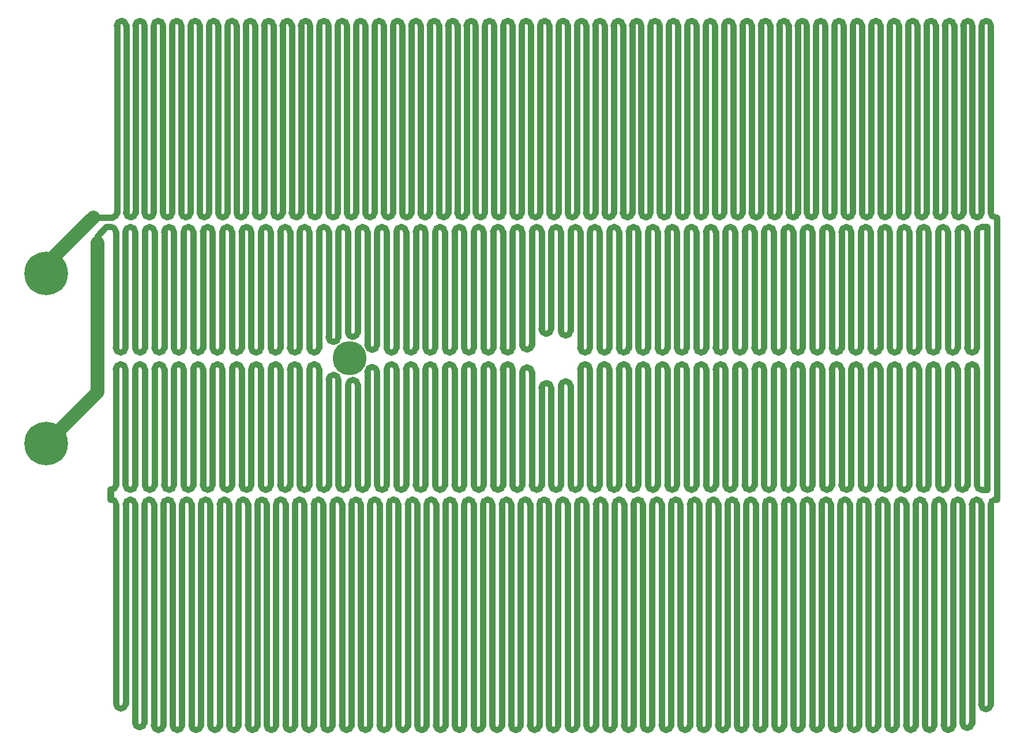
<source format=gbr>
G04 #@! TF.GenerationSoftware,KiCad,Pcbnew,8.0.8*
G04 #@! TF.CreationDate,2025-02-12T04:52:48-07:00*
G04 #@! TF.ProjectId,MK1 PCB BUILD PLATE,4d4b3120-5043-4422-9042-55494c442050,rev?*
G04 #@! TF.SameCoordinates,Original*
G04 #@! TF.FileFunction,Copper,L1,Top*
G04 #@! TF.FilePolarity,Positive*
%FSLAX46Y46*%
G04 Gerber Fmt 4.6, Leading zero omitted, Abs format (unit mm)*
G04 Created by KiCad (PCBNEW 8.0.8) date 2025-02-12 04:52:48*
%MOMM*%
%LPD*%
G01*
G04 APERTURE LIST*
G04 #@! TA.AperFunction,ComponentPad*
%ADD10C,6.400000*%
G04 #@! TD*
G04 #@! TA.AperFunction,ComponentPad*
%ADD11C,5.000000*%
G04 #@! TD*
G04 #@! TA.AperFunction,Conductor*
%ADD12C,0.900000*%
G04 #@! TD*
G04 #@! TA.AperFunction,Conductor*
%ADD13C,2.000000*%
G04 #@! TD*
G04 #@! TA.AperFunction,Conductor*
%ADD14C,1.000000*%
G04 #@! TD*
G04 APERTURE END LIST*
D10*
X76600001Y-99433975D03*
X76600001Y-74433975D03*
D11*
X121100001Y-86933975D03*
D12*
X184790001Y-88493975D02*
X184790001Y-105523975D01*
X158525001Y-38058975D02*
X158525001Y-65558975D01*
X181950001Y-85373975D02*
X181950001Y-68343975D01*
X189050001Y-68343975D02*
X189050001Y-85373975D01*
X113790001Y-88493975D02*
X113790001Y-105523975D01*
X178775001Y-65558975D02*
X178775001Y-38058975D01*
X190470001Y-85373975D02*
X190470001Y-68343975D01*
X89630001Y-140393975D02*
X89630001Y-108323975D01*
X84100001Y-68933975D02*
X84100001Y-69933975D01*
X155870001Y-140793975D02*
X155870001Y-108323975D01*
X172010001Y-68343975D02*
X172010001Y-85373975D01*
X99590001Y-85373975D02*
X99590001Y-68343975D01*
X215225001Y-38058975D02*
X215225001Y-65558975D01*
X145030001Y-88493975D02*
X145030001Y-105523975D01*
X142190001Y-88493975D02*
X142190001Y-105523975D01*
X118050001Y-105523975D02*
X118050001Y-90043975D01*
X137930001Y-108323975D02*
X137930001Y-140793975D01*
X206930001Y-108323975D02*
X206930001Y-140793975D01*
X177690001Y-68343975D02*
X177690001Y-85373975D01*
X106690001Y-68343975D02*
X106690001Y-85373975D01*
X122310001Y-83073975D02*
X122310001Y-68343975D01*
X103850001Y-68343975D02*
X103850001Y-85373975D01*
X119470001Y-90043975D02*
X119470001Y-105523975D01*
X120725001Y-38058975D02*
X120725001Y-65558975D01*
X206090001Y-68343975D02*
X206090001Y-85373975D01*
X212450001Y-108323975D02*
X212450001Y-140493975D01*
X147590001Y-140793975D02*
X147590001Y-108323975D01*
X172430001Y-140793975D02*
X172430001Y-108323975D01*
X157175001Y-65558975D02*
X157175001Y-38058975D01*
X103850001Y-105523975D02*
X103850001Y-88493975D01*
X162770001Y-108323975D02*
X162770001Y-140793975D01*
X200410001Y-68343975D02*
X200410001Y-85373975D01*
X213190001Y-85373975D02*
X213190001Y-68343975D01*
X190470001Y-88493975D02*
X190470001Y-105523975D01*
X108110001Y-88493975D02*
X108110001Y-105523975D01*
X135090001Y-68343975D02*
X135090001Y-85373975D01*
X174850001Y-68343975D02*
X174850001Y-85373975D01*
X156390001Y-88493975D02*
X156390001Y-105523975D01*
X95150001Y-140793975D02*
X95150001Y-108323975D01*
X97775001Y-65558975D02*
X97775001Y-38058975D01*
X200030001Y-140793975D02*
X200030001Y-108323975D01*
X98170001Y-105523975D02*
X98170001Y-88493975D01*
X116630001Y-85373975D02*
X116630001Y-68343975D01*
X130175001Y-65558975D02*
X130175001Y-38058975D01*
X179110001Y-88493975D02*
X179110001Y-105523975D01*
X145030001Y-85373975D02*
X145030001Y-68343975D01*
X86810001Y-68343975D02*
X86810001Y-85373975D01*
X96425001Y-38058975D02*
X96425001Y-65558975D01*
X89675001Y-65558975D02*
X89675001Y-38058975D01*
X162070001Y-85373975D02*
X162070001Y-68343975D01*
X106190001Y-140793975D02*
X106190001Y-108323975D01*
X207125001Y-38058975D02*
X207125001Y-65558975D01*
X186230001Y-140793975D02*
X186230001Y-108323975D01*
X86300001Y-66233975D02*
X83500001Y-66233975D01*
X153110001Y-140793975D02*
X153110001Y-108323975D01*
X169325001Y-38058975D02*
X169325001Y-65558975D01*
X109530001Y-105523975D02*
X109530001Y-88493975D01*
X186210001Y-68343975D02*
X186210001Y-85373975D01*
X116630001Y-88493975D02*
X116630001Y-105523975D01*
X184175001Y-65558975D02*
X184175001Y-38058975D01*
X142190001Y-85373975D02*
X142190001Y-68343975D01*
X91070001Y-85373975D02*
X91070001Y-68343975D01*
X122750001Y-140793975D02*
X122750001Y-108323975D01*
X137930001Y-68343975D02*
X137930001Y-85373975D01*
X169670001Y-140793975D02*
X169670001Y-108323975D01*
X203075001Y-65558975D02*
X203075001Y-38058975D01*
X186875001Y-65558975D02*
X186875001Y-38058975D01*
X216000001Y-66233975D02*
X216100001Y-66233975D01*
X179110001Y-85373975D02*
X179110001Y-68343975D01*
X121370001Y-108323975D02*
X121370001Y-140793975D01*
X174725001Y-38058975D02*
X174725001Y-65558975D01*
X187610001Y-108323975D02*
X187610001Y-140793975D01*
X88325001Y-38058975D02*
X88325001Y-65558975D01*
X165530001Y-108323975D02*
X165530001Y-140793975D01*
X139350001Y-85373975D02*
X139350001Y-68343975D01*
X143610001Y-105523975D02*
X143610001Y-88493975D01*
X204170001Y-108323975D02*
X204170001Y-140793975D01*
X162070001Y-88493975D02*
X162070001Y-105523975D01*
X208930001Y-105523975D02*
X208930001Y-88493975D01*
X188225001Y-38058975D02*
X188225001Y-65558975D01*
X180530001Y-68343975D02*
X180530001Y-85373975D01*
X102430001Y-85373975D02*
X102430001Y-68343975D01*
X139350001Y-88493975D02*
X139350001Y-105523975D01*
X88230001Y-85373975D02*
X88230001Y-68343975D01*
X153550001Y-90993975D02*
X153550001Y-105523975D01*
X136550001Y-140793975D02*
X136550001Y-108323975D01*
X194510001Y-140793975D02*
X194510001Y-108323975D01*
X116675001Y-65558975D02*
X116675001Y-38058975D01*
X201830001Y-88493975D02*
X201830001Y-105523975D01*
X100475001Y-65558975D02*
X100475001Y-38058975D01*
X180530001Y-105523975D02*
X180530001Y-88493975D01*
X101010001Y-68343975D02*
X101010001Y-85373975D01*
X160650001Y-105523975D02*
X160650001Y-88493975D01*
X209825001Y-38058975D02*
X209825001Y-65558975D01*
X205550001Y-140793975D02*
X205550001Y-108323975D01*
X184850001Y-108323975D02*
X184850001Y-140793975D01*
X176570001Y-108323975D02*
X176570001Y-140793975D01*
X143450001Y-108323975D02*
X143450001Y-140793975D01*
X204425001Y-38058975D02*
X204425001Y-65558975D01*
X91010001Y-108323975D02*
X91010001Y-140393975D01*
X88250001Y-108323975D02*
X88250001Y-137643975D01*
X102430001Y-88493975D02*
X102430001Y-105523975D01*
X193310001Y-88493975D02*
X193310001Y-105523975D01*
X182825001Y-38058975D02*
X182825001Y-65558975D01*
X130830001Y-85373975D02*
X130830001Y-68343975D01*
X207510001Y-85373975D02*
X207510001Y-68343975D01*
X99590001Y-88493975D02*
X99590001Y-105523975D01*
X127990001Y-85373975D02*
X127990001Y-68343975D01*
X172010001Y-105523975D02*
X172010001Y-88493975D01*
X202790001Y-140793975D02*
X202790001Y-108323975D01*
X124130001Y-108323975D02*
X124130001Y-140793975D01*
X113790001Y-85373975D02*
X113790001Y-68343975D01*
X147725001Y-38058975D02*
X147725001Y-65558975D01*
X99125001Y-38058975D02*
X99125001Y-65558975D01*
X180710001Y-140793975D02*
X180710001Y-108323975D01*
X172025001Y-38058975D02*
X172025001Y-65558975D01*
X190370001Y-108323975D02*
X190370001Y-140793975D01*
X147870001Y-84923975D02*
X147870001Y-68343975D01*
X166910001Y-140793975D02*
X166910001Y-108323975D01*
X214650001Y-67633975D02*
X214650001Y-106233975D01*
X196325001Y-38058975D02*
X196325001Y-65558975D01*
X204670001Y-88493975D02*
X204670001Y-105523975D01*
X185525001Y-38058975D02*
X185525001Y-65558975D01*
X173810001Y-108323975D02*
X173810001Y-140793975D01*
X95075001Y-65558975D02*
X95075001Y-38058975D01*
X112625001Y-38058975D02*
X112625001Y-65558975D01*
X95330001Y-68343975D02*
X95330001Y-85373975D01*
X96750001Y-85373975D02*
X96750001Y-68343975D01*
X128270001Y-140793975D02*
X128270001Y-108323975D01*
X157250001Y-108323975D02*
X157250001Y-140793975D01*
X169170001Y-105523975D02*
X169170001Y-88493975D01*
X193130001Y-108323975D02*
X193130001Y-140793975D01*
X173430001Y-85373975D02*
X173430001Y-68343975D01*
X200375001Y-65558975D02*
X200375001Y-38058975D01*
X134225001Y-38058975D02*
X134225001Y-65558975D01*
X131525001Y-38058975D02*
X131525001Y-65558975D01*
X145025001Y-38058975D02*
X145025001Y-65558975D01*
X154490001Y-108323975D02*
X154490001Y-140793975D01*
X92490001Y-68343975D02*
X92490001Y-85373975D01*
X213190001Y-88493975D02*
X213190001Y-105523975D01*
X122310001Y-90793975D02*
X122310001Y-105523975D01*
X112370001Y-68343975D02*
X112370001Y-85373975D01*
X164150001Y-140793975D02*
X164150001Y-108323975D01*
X187630001Y-85373975D02*
X187630001Y-68343975D01*
X180125001Y-38058975D02*
X180125001Y-65558975D01*
X184790001Y-85373975D02*
X184790001Y-68343975D01*
X86870001Y-137643975D02*
X86870001Y-108323975D01*
X146450001Y-105523975D02*
X146450001Y-88943975D01*
X86975001Y-65558975D02*
X86975001Y-38058975D01*
X201725001Y-38058975D02*
X201725001Y-65558975D01*
X193625001Y-38058975D02*
X193625001Y-65558975D01*
X126570001Y-68343975D02*
X126570001Y-85373975D01*
X146210001Y-108323975D02*
X146210001Y-140793975D01*
X139310001Y-140793975D02*
X139310001Y-108323975D01*
X192275001Y-65558975D02*
X192275001Y-38058975D01*
X176270001Y-85373975D02*
X176270001Y-68343975D01*
X216100001Y-107633975D02*
X215900001Y-107633975D01*
X89650001Y-68343975D02*
X89650001Y-85373975D01*
X157810001Y-105523975D02*
X157810001Y-88493975D01*
X194730001Y-105523975D02*
X194730001Y-88493975D01*
X101010001Y-105523975D02*
X101010001Y-88493975D01*
D13*
X84100001Y-91933975D02*
X76600001Y-99433975D01*
D12*
X167750001Y-85373975D02*
X167750001Y-68343975D01*
X166330001Y-68343975D02*
X166330001Y-85373975D01*
X171050001Y-108323975D02*
X171050001Y-140793975D01*
X137930001Y-105523975D02*
X137930001Y-88493975D01*
X197675001Y-65558975D02*
X197675001Y-38058975D01*
X132875001Y-65558975D02*
X132875001Y-38058975D01*
X142070001Y-140793975D02*
X142070001Y-108323975D01*
X112370001Y-105523975D02*
X112370001Y-88493975D01*
X91070001Y-88493975D02*
X91070001Y-105523975D01*
X191890001Y-105523975D02*
X191890001Y-88493975D01*
X107225001Y-38058975D02*
X107225001Y-65558975D01*
X174850001Y-105523975D02*
X174850001Y-88493975D01*
X168290001Y-108323975D02*
X168290001Y-140793975D01*
X133670001Y-88493975D02*
X133670001Y-105523975D01*
X213900001Y-106233975D02*
X214650001Y-106233975D01*
X154475001Y-65558975D02*
X154475001Y-38058975D01*
X97910001Y-140793975D02*
X97910001Y-108323975D01*
X96750001Y-88493975D02*
X96750001Y-105523975D01*
X189575001Y-65558975D02*
X189575001Y-38058975D01*
X190925001Y-38058975D02*
X190925001Y-65558975D01*
X154970001Y-105523975D02*
X154970001Y-88493975D01*
X176270001Y-88493975D02*
X176270001Y-105523975D01*
X115210001Y-68343975D02*
X115210001Y-85373975D01*
X173375001Y-65558975D02*
X173375001Y-38058975D01*
X177690001Y-105523975D02*
X177690001Y-88493975D01*
X194730001Y-68343975D02*
X194730001Y-85373975D01*
X102050001Y-108323975D02*
X102050001Y-140793975D01*
X213900001Y-67633975D02*
X214650001Y-67633975D01*
X157810001Y-68343975D02*
X157810001Y-85373975D01*
X119990001Y-140793975D02*
X119990001Y-108323975D01*
X203250001Y-105523975D02*
X203250001Y-88493975D01*
X108575001Y-65558975D02*
X108575001Y-38058975D01*
X105270001Y-88493975D02*
X105270001Y-105523975D01*
X150710001Y-82623975D02*
X150710001Y-68343975D01*
X119375001Y-65558975D02*
X119375001Y-38058975D01*
X215210001Y-108323975D02*
X215210001Y-137743975D01*
X200410001Y-105523975D02*
X200410001Y-88493975D01*
X118025001Y-38058975D02*
X118025001Y-65558975D01*
X129410001Y-68343975D02*
X129410001Y-85373975D01*
X135575001Y-65558975D02*
X135575001Y-38058975D01*
X183370001Y-105523975D02*
X183370001Y-88493975D01*
X208930001Y-68343975D02*
X208930001Y-85373975D01*
X132250001Y-68343975D02*
X132250001Y-85373975D01*
X151730001Y-108323975D02*
X151730001Y-140793975D01*
X136925001Y-38058975D02*
X136925001Y-65558975D01*
X111275001Y-65558975D02*
X111275001Y-38058975D01*
X209690001Y-108323975D02*
X209690001Y-140793975D01*
X101825001Y-38058975D02*
X101825001Y-65558975D01*
X208475001Y-65558975D02*
X208475001Y-38058975D01*
X125150001Y-84973975D02*
X125150001Y-68343975D01*
D13*
X83500001Y-66233975D02*
X76600001Y-73133975D01*
D12*
X129650001Y-108323975D02*
X129650001Y-140793975D01*
X201410001Y-108323975D02*
X201410001Y-140793975D01*
X127990001Y-88493975D02*
X127990001Y-105523975D01*
X216100001Y-107633975D02*
X216100001Y-66233975D01*
X166625001Y-38058975D02*
X166625001Y-65558975D01*
X115210001Y-105523975D02*
X115210001Y-88493975D01*
X173430001Y-88493975D02*
X173430001Y-105523975D01*
X115325001Y-38058975D02*
X115325001Y-65558975D01*
X150350001Y-140793975D02*
X150350001Y-108323975D01*
X167750001Y-88493975D02*
X167750001Y-105523975D01*
X85400001Y-67633975D02*
X84100001Y-68933975D01*
X212525001Y-38058975D02*
X212525001Y-65558975D01*
X123730001Y-68343975D02*
X123730001Y-84973975D01*
X198650001Y-108323975D02*
X198650001Y-140793975D01*
X197570001Y-105523975D02*
X197570001Y-88493975D01*
X161390001Y-140793975D02*
X161390001Y-108323975D01*
X99290001Y-108323975D02*
X99290001Y-140793975D01*
X95330001Y-105523975D02*
X95330001Y-88493975D01*
X127475001Y-65558975D02*
X127475001Y-38058975D01*
X206090001Y-105523975D02*
X206090001Y-88493975D01*
X118050001Y-68343975D02*
X118050001Y-83823975D01*
X197570001Y-68343975D02*
X197570001Y-85373975D01*
X152130001Y-105523975D02*
X152130001Y-90993975D01*
X213830001Y-137743975D02*
X213830001Y-108323975D01*
X92490001Y-105523975D02*
X92490001Y-88493975D01*
X175190001Y-140793975D02*
X175190001Y-108323975D01*
X118610001Y-108323975D02*
X118610001Y-140793975D01*
X86100001Y-67633975D02*
X85400001Y-67633975D01*
X126890001Y-108323975D02*
X126890001Y-140793975D01*
X205775001Y-65558975D02*
X205775001Y-38058975D01*
X163490001Y-105523975D02*
X163490001Y-88493975D01*
X166330001Y-105523975D02*
X166330001Y-88493975D01*
X194975001Y-65558975D02*
X194975001Y-38058975D01*
X215900001Y-66233975D02*
X216000001Y-66233975D01*
X136510001Y-85373975D02*
X136510001Y-68343975D01*
X211175001Y-65558975D02*
X211175001Y-38058975D01*
X93910001Y-88493975D02*
X93910001Y-105523975D01*
X140770001Y-105523975D02*
X140770001Y-88493975D01*
X117230001Y-140793975D02*
X117230001Y-108323975D01*
X211770001Y-105523975D02*
X211770001Y-88493975D01*
X113090001Y-108323975D02*
X113090001Y-140793975D01*
X140770001Y-68343975D02*
X140770001Y-85373975D01*
X88230001Y-88493975D02*
X88230001Y-105523975D01*
X158630001Y-140793975D02*
X158630001Y-108323975D01*
X103175001Y-65558975D02*
X103175001Y-38058975D01*
X149075001Y-65558975D02*
X149075001Y-38058975D01*
X181950001Y-88493975D02*
X181950001Y-105523975D01*
X149290001Y-68343975D02*
X149290001Y-82623975D01*
X110950001Y-88493975D02*
X110950001Y-105523975D01*
X146450001Y-68343975D02*
X146450001Y-84923975D01*
X167975001Y-65558975D02*
X167975001Y-38058975D01*
X196150001Y-88493975D02*
X196150001Y-105523975D01*
X106690001Y-105523975D02*
X106690001Y-88493975D01*
X160650001Y-68343975D02*
X160650001Y-85373975D01*
X114470001Y-140793975D02*
X114470001Y-108323975D01*
X96530001Y-108323975D02*
X96530001Y-140793975D01*
D14*
X86100001Y-107633975D02*
X86100001Y-106233975D01*
D12*
X132250001Y-105523975D02*
X132250001Y-88493975D01*
X207510001Y-88493975D02*
X207510001Y-105523975D01*
X122075001Y-65558975D02*
X122075001Y-38058975D01*
X133790001Y-140793975D02*
X133790001Y-108323975D01*
X159875001Y-65558975D02*
X159875001Y-38058975D01*
X131030001Y-140793975D02*
X131030001Y-108323975D01*
X93770001Y-108323975D02*
X93770001Y-140793975D01*
X98170001Y-68343975D02*
X98170001Y-85373975D01*
X126125001Y-38058975D02*
X126125001Y-65558975D01*
X132410001Y-108323975D02*
X132410001Y-140793975D01*
X124775001Y-65558975D02*
X124775001Y-38058975D01*
X159230001Y-85373975D02*
X159230001Y-68343975D01*
X165275001Y-65558975D02*
X165275001Y-38058975D01*
X86180001Y-107633975D02*
X86100001Y-107633975D01*
X150710001Y-91243975D02*
X150710001Y-105523975D01*
X113975001Y-65558975D02*
X113975001Y-38058975D01*
X163490001Y-68343975D02*
X163490001Y-85373975D01*
X213875001Y-65558975D02*
X213875001Y-38058975D01*
X163925001Y-38058975D02*
X163925001Y-65558975D01*
X198990001Y-85373975D02*
X198990001Y-68343975D01*
X186210001Y-105523975D02*
X186210001Y-88493975D01*
X160010001Y-108323975D02*
X160010001Y-140793975D01*
X183470001Y-140793975D02*
X183470001Y-108323975D01*
X119470001Y-83823975D02*
X119470001Y-68343975D01*
X201830001Y-85373975D02*
X201830001Y-68343975D01*
X177950001Y-140793975D02*
X177950001Y-108323975D01*
X161225001Y-38058975D02*
X161225001Y-65558975D01*
X170675001Y-65558975D02*
X170675001Y-38058975D01*
X191890001Y-68343975D02*
X191890001Y-85373975D01*
X135090001Y-105523975D02*
X135090001Y-88493975D01*
X148970001Y-108323975D02*
X148970001Y-140793975D01*
X108950001Y-140793975D02*
X108950001Y-108323975D01*
X140690001Y-108323975D02*
X140690001Y-140793975D01*
X179330001Y-108323975D02*
X179330001Y-140793975D01*
X211770001Y-68343975D02*
X211770001Y-85373975D01*
X142325001Y-38058975D02*
X142325001Y-65558975D01*
X204670001Y-85373975D02*
X204670001Y-68343975D01*
X129410001Y-105523975D02*
X129410001Y-88493975D01*
X110950001Y-85373975D02*
X110950001Y-68343975D01*
X197270001Y-140793975D02*
X197270001Y-108323975D01*
X210350001Y-85373975D02*
X210350001Y-68343975D01*
X189050001Y-105523975D02*
X189050001Y-88493975D01*
X154970001Y-68343975D02*
X154970001Y-85373975D01*
X107570001Y-108323975D02*
X107570001Y-140793975D01*
X203250001Y-68343975D02*
X203250001Y-85373975D01*
X130830001Y-88493975D02*
X130830001Y-105523975D01*
X187630001Y-88493975D02*
X187630001Y-105523975D01*
X115850001Y-108323975D02*
X115850001Y-140793975D01*
X92375001Y-65558975D02*
X92375001Y-38058975D01*
X136510001Y-88493975D02*
X136510001Y-105523975D01*
X110330001Y-108323975D02*
X110330001Y-140793975D01*
X155825001Y-38058975D02*
X155825001Y-65558975D01*
X162575001Y-65558975D02*
X162575001Y-38058975D01*
X150425001Y-38058975D02*
X150425001Y-65558975D01*
X108110001Y-85373975D02*
X108110001Y-68343975D01*
X191750001Y-140793975D02*
X191750001Y-108323975D01*
X198990001Y-88493975D02*
X198990001Y-105523975D01*
X89650001Y-105523975D02*
X89650001Y-88493975D01*
X120890001Y-68343975D02*
X120890001Y-83073975D01*
X105875001Y-65558975D02*
X105875001Y-38058975D01*
X125150001Y-88893975D02*
X125150001Y-105523975D01*
X159230001Y-88493975D02*
X159230001Y-105523975D01*
X133670001Y-85373975D02*
X133670001Y-68343975D01*
D13*
X84100001Y-91933975D02*
X84100001Y-69933975D01*
D12*
X164910001Y-85373975D02*
X164910001Y-68343975D01*
X140975001Y-65558975D02*
X140975001Y-38058975D01*
X182090001Y-108323975D02*
X182090001Y-140793975D01*
X91025001Y-38058975D02*
X91025001Y-65558975D01*
X149290001Y-105523975D02*
X149290001Y-91243975D01*
X105270001Y-85373975D02*
X105270001Y-68343975D01*
X170590001Y-85373975D02*
X170590001Y-68343975D01*
X100670001Y-140793975D02*
X100670001Y-108323975D01*
X86810001Y-105523975D02*
X86810001Y-88493975D01*
X152130001Y-68343975D02*
X152130001Y-82873975D01*
X135170001Y-108323975D02*
X135170001Y-140793975D01*
X170590001Y-88493975D02*
X170590001Y-105523975D01*
X111710001Y-140793975D02*
X111710001Y-108323975D01*
X164910001Y-88493975D02*
X164910001Y-105523975D01*
X188990001Y-140793975D02*
X188990001Y-108323975D01*
X151775001Y-65558975D02*
X151775001Y-38058975D01*
X104525001Y-38058975D02*
X104525001Y-65558975D01*
X126570001Y-105523975D02*
X126570001Y-88493975D01*
X153125001Y-38058975D02*
X153125001Y-65558975D01*
X125510001Y-140793975D02*
X125510001Y-108323975D01*
X156390001Y-85373975D02*
X156390001Y-68343975D01*
X153550001Y-82873975D02*
X153550001Y-68343975D01*
X123425001Y-38058975D02*
X123425001Y-65558975D01*
X211070001Y-140493975D02*
X211070001Y-108323975D01*
X177425001Y-38058975D02*
X177425001Y-65558975D01*
X147870001Y-88943975D02*
X147870001Y-105523975D01*
X109530001Y-68343975D02*
X109530001Y-85373975D01*
X104810001Y-108323975D02*
X104810001Y-140793975D01*
X139625001Y-38058975D02*
X139625001Y-65558975D01*
X76600001Y-73133975D02*
X76600001Y-74433975D01*
X183370001Y-68343975D02*
X183370001Y-85373975D01*
X123730001Y-105523975D02*
X123730001Y-88893975D01*
X138275001Y-65558975D02*
X138275001Y-38058975D01*
X144830001Y-140793975D02*
X144830001Y-108323975D01*
X146375001Y-65558975D02*
X146375001Y-38058975D01*
X196150001Y-85373975D02*
X196150001Y-68343975D01*
X143675001Y-65558975D02*
X143675001Y-38058975D01*
X93725001Y-38058975D02*
X93725001Y-65558975D01*
X92390001Y-140793975D02*
X92390001Y-108323975D01*
X128825001Y-38058975D02*
X128825001Y-65558975D01*
X169170001Y-68343975D02*
X169170001Y-85373975D01*
X208310001Y-140793975D02*
X208310001Y-108323975D01*
X143610001Y-68343975D02*
X143610001Y-85373975D01*
X195890001Y-108323975D02*
X195890001Y-140793975D01*
X120890001Y-105523975D02*
X120890001Y-90793975D01*
X176075001Y-65558975D02*
X176075001Y-38058975D01*
X93910001Y-85373975D02*
X93910001Y-68343975D01*
X199025001Y-38058975D02*
X199025001Y-65558975D01*
X109925001Y-38058975D02*
X109925001Y-65558975D01*
X103430001Y-140793975D02*
X103430001Y-108323975D01*
X181475001Y-65558975D02*
X181475001Y-38058975D01*
X210350001Y-88493975D02*
X210350001Y-105523975D01*
X193310001Y-85373975D02*
X193310001Y-68343975D01*
X151100001Y-66233975D02*
G75*
G03*
X151774975Y-65558975I-1J674975D01*
G01*
X99980001Y-107633975D02*
G75*
G03*
X99289975Y-108323975I-1J-690025D01*
G01*
X141650001Y-37383975D02*
G75*
G02*
X142325025Y-38058975I-1J-675025D01*
G01*
X145030001Y-105523975D02*
G75*
G03*
X145740001Y-106233999I709999J-25D01*
G01*
X116630001Y-68343975D02*
G75*
G02*
X117340001Y-67634001I709999J-25D01*
G01*
X115325001Y-65558975D02*
G75*
G03*
X116000001Y-66233999I674999J-25D01*
G01*
X156500001Y-66233975D02*
G75*
G03*
X157174975Y-65558975I-1J674975D01*
G01*
X100670001Y-108323975D02*
G75*
G03*
X99980001Y-107633999I-690001J-25D01*
G01*
X105270001Y-68343975D02*
G75*
G02*
X105980001Y-67634001I709999J-25D01*
G01*
X170360001Y-141483975D02*
G75*
G02*
X169670025Y-140793975I-1J689975D01*
G01*
X186200001Y-66233975D02*
G75*
G03*
X186874975Y-65558975I-1J674975D01*
G01*
X165275001Y-38058975D02*
G75*
G02*
X165950001Y-37384001I674999J-25D01*
G01*
X125450001Y-37383975D02*
G75*
G02*
X126125025Y-38058975I-1J-675025D01*
G01*
X198280001Y-86083975D02*
G75*
G03*
X198989975Y-85373975I-1J709975D01*
G01*
X150425001Y-65558975D02*
G75*
G03*
X151100001Y-66233999I674999J-25D01*
G01*
X211850001Y-37383975D02*
G75*
G02*
X212525025Y-38058975I-1J-675025D01*
G01*
X128700001Y-67633975D02*
G75*
G02*
X129410025Y-68343975I-1J-710025D01*
G01*
X122060001Y-107633975D02*
G75*
G03*
X121369975Y-108323975I-1J-690025D01*
G01*
X122075001Y-38058975D02*
G75*
G02*
X122750001Y-37384001I674999J-25D01*
G01*
X89650001Y-85373975D02*
G75*
G03*
X90360001Y-86083999I709999J-25D01*
G01*
X130830001Y-68343975D02*
G75*
G02*
X131540001Y-67634001I709999J-25D01*
G01*
X137220001Y-106233975D02*
G75*
G03*
X137929975Y-105523975I-1J709975D01*
G01*
X148970001Y-140793975D02*
G75*
G02*
X148280001Y-141484001I-690001J-25D01*
G01*
X172720001Y-87783975D02*
G75*
G02*
X173430025Y-88493975I-1J-710025D01*
G01*
X138275001Y-38058975D02*
G75*
G02*
X138950001Y-37384001I674999J-25D01*
G01*
X209000001Y-141483975D02*
G75*
G02*
X208310025Y-140793975I-1J689975D01*
G01*
X164150001Y-108323975D02*
G75*
G03*
X163460001Y-107633999I-690001J-25D01*
G01*
X130120001Y-86083975D02*
G75*
G03*
X130829975Y-85373975I-1J709975D01*
G01*
X201120001Y-87783975D02*
G75*
G02*
X201830025Y-88493975I-1J-710025D01*
G01*
X108110001Y-105523975D02*
G75*
G03*
X108820001Y-106233999I709999J-25D01*
G01*
X118700001Y-66233975D02*
G75*
G03*
X119374975Y-65558975I-1J674975D01*
G01*
X193310001Y-105523975D02*
G75*
G03*
X194020001Y-106233999I709999J-25D01*
G01*
X93770001Y-140793975D02*
G75*
G02*
X93080001Y-141484001I-690001J-25D01*
G01*
X204170001Y-140793975D02*
G75*
G02*
X203480001Y-141484001I-690001J-25D01*
G01*
X171050001Y-140793975D02*
G75*
G02*
X170360001Y-141484001I-690001J-25D01*
G01*
X97775001Y-38058975D02*
G75*
G02*
X98450001Y-37384001I674999J-25D01*
G01*
X208310001Y-108323975D02*
G75*
G03*
X207620001Y-107633999I-690001J-25D01*
G01*
X194020001Y-67633975D02*
G75*
G02*
X194730025Y-68343975I-1J-710025D01*
G01*
X117350001Y-37383975D02*
G75*
G02*
X118025025Y-38058975I-1J-675025D01*
G01*
X144140001Y-107633975D02*
G75*
G03*
X143449975Y-108323975I-1J-690025D01*
G01*
X124100001Y-66233975D02*
G75*
G03*
X124774975Y-65558975I-1J674975D01*
G01*
X202100001Y-107633975D02*
G75*
G03*
X201409975Y-108323975I-1J-690025D01*
G01*
X87520001Y-86083975D02*
G75*
G03*
X88229975Y-85373975I-1J709975D01*
G01*
X152130001Y-90993975D02*
G75*
G02*
X152840001Y-90284001I709999J-25D01*
G01*
X183370001Y-85373975D02*
G75*
G03*
X184080001Y-86083999I709999J-25D01*
G01*
X115160001Y-141483975D02*
G75*
G02*
X114470025Y-140793975I-1J689975D01*
G01*
X188340001Y-106233975D02*
G75*
G03*
X189049975Y-105523975I-1J709975D01*
G01*
X127580001Y-107633975D02*
G75*
G03*
X126889975Y-108323975I-1J-690025D01*
G01*
X109530001Y-88493975D02*
G75*
G02*
X110240001Y-87784001I709999J-25D01*
G01*
X88940001Y-107633975D02*
G75*
G03*
X88249975Y-108323975I-1J-690025D01*
G01*
X151775001Y-38058975D02*
G75*
G02*
X152450001Y-37384001I674999J-25D01*
G01*
X140300001Y-66233975D02*
G75*
G03*
X140974975Y-65558975I-1J674975D01*
G01*
X178775001Y-38058975D02*
G75*
G02*
X179450001Y-37384001I674999J-25D01*
G01*
X103850001Y-88493975D02*
G75*
G02*
X104560001Y-87784001I709999J-25D01*
G01*
X167750001Y-105523975D02*
G75*
G03*
X168460001Y-106233999I709999J-25D01*
G01*
X101360001Y-141483975D02*
G75*
G02*
X100670025Y-140793975I-1J689975D01*
G01*
X198350001Y-37383975D02*
G75*
G02*
X199025025Y-38058975I-1J-675025D01*
G01*
X200375001Y-38058975D02*
G75*
G02*
X201050001Y-37384001I674999J-25D01*
G01*
X168290001Y-140793975D02*
G75*
G02*
X167600001Y-141484001I-690001J-25D01*
G01*
X187630001Y-105523975D02*
G75*
G03*
X188340001Y-106233999I709999J-25D01*
G01*
X107225001Y-65558975D02*
G75*
G03*
X107900001Y-66233999I674999J-25D01*
G01*
X155680001Y-87783975D02*
G75*
G02*
X156390025Y-88493975I-1J-710025D01*
G01*
X132875001Y-38058975D02*
G75*
G02*
X133550001Y-37384001I674999J-25D01*
G01*
X115920001Y-87783975D02*
G75*
G02*
X116630025Y-88493975I-1J-710025D01*
G01*
X101010001Y-85373975D02*
G75*
G03*
X101720001Y-86083999I709999J-25D01*
G01*
X195890001Y-140793975D02*
G75*
G02*
X195200001Y-141484001I-690001J-25D01*
G01*
X175400001Y-66233975D02*
G75*
G03*
X176074975Y-65558975I-1J674975D01*
G01*
X184160001Y-141483975D02*
G75*
G02*
X183470025Y-140793975I-1J689975D01*
G01*
X138640001Y-86083975D02*
G75*
G03*
X139349975Y-85373975I-1J709975D01*
G01*
X161225001Y-65558975D02*
G75*
G03*
X161900001Y-66233999I674999J-25D01*
G01*
X122750001Y-108323975D02*
G75*
G03*
X122060001Y-107633999I-690001J-25D01*
G01*
X105980001Y-67633975D02*
G75*
G02*
X106690025Y-68343975I-1J-710025D01*
G01*
X196860001Y-67633975D02*
G75*
G02*
X197570025Y-68343975I-1J-710025D01*
G01*
X213190001Y-68343975D02*
G75*
G02*
X213900001Y-67634001I709999J-25D01*
G01*
X183500001Y-66233975D02*
G75*
G03*
X184174975Y-65558975I-1J674975D01*
G01*
X131720001Y-141483975D02*
G75*
G02*
X131030025Y-140793975I-1J689975D01*
G01*
X167600001Y-141483975D02*
G75*
G02*
X166910025Y-140793975I-1J689975D01*
G01*
X173810001Y-140793975D02*
G75*
G02*
X173120001Y-141484001I-690001J-25D01*
G01*
X105270001Y-105523975D02*
G75*
G03*
X105980001Y-106233999I709999J-25D01*
G01*
X111660001Y-67633975D02*
G75*
G02*
X112370025Y-68343975I-1J-710025D01*
G01*
X95750001Y-37383975D02*
G75*
G02*
X96425025Y-38058975I-1J-675025D01*
G01*
X89000001Y-66233975D02*
G75*
G03*
X89674975Y-65558975I-1J674975D01*
G01*
X126200001Y-141483975D02*
G75*
G02*
X125510025Y-140793975I-1J689975D01*
G01*
X132410001Y-140793975D02*
G75*
G02*
X131720001Y-141484001I-690001J-25D01*
G01*
X189680001Y-141483975D02*
G75*
G02*
X188990025Y-140793975I-1J689975D01*
G01*
X213200001Y-66233975D02*
G75*
G03*
X213874975Y-65558975I-1J674975D01*
G01*
X169880001Y-86083975D02*
G75*
G03*
X170589975Y-85373975I-1J709975D01*
G01*
X91025001Y-65558975D02*
G75*
G03*
X91700001Y-66233999I674999J-25D01*
G01*
X190470001Y-105523975D02*
G75*
G03*
X191180001Y-106233999I709999J-25D01*
G01*
X89675001Y-38058975D02*
G75*
G02*
X90350001Y-37384001I674999J-25D01*
G01*
X91070001Y-68343975D02*
G75*
G02*
X91780001Y-67634001I709999J-25D01*
G01*
X164910001Y-68343975D02*
G75*
G02*
X165620001Y-67634001I709999J-25D01*
G01*
X103850001Y-37383975D02*
G75*
G02*
X104525025Y-38058975I-1J-675025D01*
G01*
X205100001Y-66233975D02*
G75*
G03*
X205774975Y-65558975I-1J674975D01*
G01*
X99590001Y-68343975D02*
G75*
G02*
X100300001Y-67634001I709999J-25D01*
G01*
X173430001Y-68343975D02*
G75*
G02*
X174140001Y-67634001I709999J-25D01*
G01*
X138950001Y-37383975D02*
G75*
G02*
X139625025Y-38058975I-1J-675025D01*
G01*
X95840001Y-141483975D02*
G75*
G02*
X95150025Y-140793975I-1J689975D01*
G01*
X172025001Y-65558975D02*
G75*
G03*
X172700001Y-66233999I674999J-25D01*
G01*
X97460001Y-106233975D02*
G75*
G03*
X98169975Y-105523975I-1J709975D01*
G01*
X109250001Y-37383975D02*
G75*
G02*
X109925025Y-38058975I-1J-675025D01*
G01*
X127990001Y-68343975D02*
G75*
G02*
X128700001Y-67634001I709999J-25D01*
G01*
X167750001Y-68343975D02*
G75*
G02*
X168460001Y-67634001I709999J-25D01*
G01*
X133670001Y-105523975D02*
G75*
G03*
X134380001Y-106233999I709999J-25D01*
G01*
X117340001Y-67633975D02*
G75*
G02*
X118050025Y-68343975I-1J-710025D01*
G01*
X97100001Y-66233975D02*
G75*
G03*
X97774975Y-65558975I-1J674975D01*
G01*
X86100001Y-106233975D02*
G75*
G03*
X86809975Y-105523975I-1J709975D01*
G01*
X185500001Y-106233975D02*
G75*
G03*
X186209975Y-105523975I-1J709975D01*
G01*
X125860001Y-106233975D02*
G75*
G03*
X126569975Y-105523975I-1J709975D01*
G01*
X140690001Y-140793975D02*
G75*
G02*
X140000001Y-141484001I-690001J-25D01*
G01*
X142325001Y-65558975D02*
G75*
G03*
X143000001Y-66233999I674999J-25D01*
G01*
X195200001Y-141483975D02*
G75*
G02*
X194510025Y-140793975I-1J689975D01*
G01*
X100300001Y-106233975D02*
G75*
G03*
X101009975Y-105523975I-1J709975D01*
G01*
X116540001Y-107633975D02*
G75*
G03*
X115849975Y-108323975I-1J-690025D01*
G01*
X131525001Y-65558975D02*
G75*
G03*
X132200001Y-66233999I674999J-25D01*
G01*
X146450001Y-88943975D02*
G75*
G02*
X147160001Y-88234001I709999J-25D01*
G01*
X211070001Y-108323975D02*
G75*
G03*
X210380001Y-107633999I-690001J-25D01*
G01*
X177425001Y-65558975D02*
G75*
G03*
X178100001Y-66233999I674999J-25D01*
G01*
X101720001Y-86083975D02*
G75*
G03*
X102429975Y-85373975I-1J709975D01*
G01*
X123440001Y-141483975D02*
G75*
G02*
X122750025Y-140793975I-1J689975D01*
G01*
X87650001Y-37383975D02*
G75*
G02*
X88325025Y-38058975I-1J-675025D01*
G01*
X159940001Y-67633975D02*
G75*
G02*
X160650025Y-68343975I-1J-710025D01*
G01*
X98880001Y-87783975D02*
G75*
G02*
X99590025Y-88493975I-1J-710025D01*
G01*
X146210001Y-140793975D02*
G75*
G02*
X145520001Y-141484001I-690001J-25D01*
G01*
X160700001Y-107633975D02*
G75*
G03*
X160009975Y-108323975I-1J-690025D01*
G01*
X106690001Y-85373975D02*
G75*
G03*
X107400001Y-86083999I709999J-25D01*
G01*
X179330001Y-140793975D02*
G75*
G02*
X178640001Y-141484001I-690001J-25D01*
G01*
X123730001Y-84973975D02*
G75*
G03*
X124440001Y-85683999I709999J-25D01*
G01*
X191890001Y-85373975D02*
G75*
G03*
X192600001Y-86083999I709999J-25D01*
G01*
X173430001Y-105523975D02*
G75*
G03*
X174140001Y-106233999I709999J-25D01*
G01*
X95150001Y-108323975D02*
G75*
G03*
X94460001Y-107633999I-690001J-25D01*
G01*
X142190001Y-68343975D02*
G75*
G02*
X142900001Y-67634001I709999J-25D01*
G01*
X91780001Y-106233975D02*
G75*
G03*
X92489975Y-105523975I-1J709975D01*
G01*
X150000001Y-83333975D02*
G75*
G03*
X150709975Y-82623975I-1J709975D01*
G01*
X105980001Y-106233975D02*
G75*
G03*
X106689975Y-105523975I-1J709975D01*
G01*
X198280001Y-87783975D02*
G75*
G02*
X198990025Y-88493975I-1J-710025D01*
G01*
X149660001Y-107633975D02*
G75*
G03*
X148969975Y-108323975I-1J-690025D01*
G01*
X161900001Y-66233975D02*
G75*
G03*
X162574975Y-65558975I-1J674975D01*
G01*
X174725001Y-65558975D02*
G75*
G03*
X175400001Y-66233999I674999J-25D01*
G01*
X157100001Y-67633975D02*
G75*
G02*
X157810025Y-68343975I-1J-710025D01*
G01*
X151420001Y-106233975D02*
G75*
G03*
X152129975Y-105523975I-1J709975D01*
G01*
X96040001Y-87783975D02*
G75*
G02*
X96750025Y-88493975I-1J-710025D01*
G01*
X191180001Y-106233975D02*
G75*
G03*
X191889975Y-105523975I-1J709975D01*
G01*
X195650001Y-37383975D02*
G75*
G02*
X196325025Y-38058975I-1J-675025D01*
G01*
X159230001Y-68343975D02*
G75*
G02*
X159940001Y-67634001I709999J-25D01*
G01*
X121400001Y-66233975D02*
G75*
G03*
X122074975Y-65558975I-1J674975D01*
G01*
X170590001Y-105523975D02*
G75*
G03*
X171300001Y-106233999I709999J-25D01*
G01*
X119300001Y-107633975D02*
G75*
G03*
X118609975Y-108323975I-1J-690025D01*
G01*
X213830001Y-108323975D02*
G75*
G03*
X213140001Y-107633999I-690001J-25D01*
G01*
X177950001Y-108323975D02*
G75*
G03*
X177260001Y-107633999I-690001J-25D01*
G01*
X146450001Y-84923975D02*
G75*
G03*
X147160001Y-85633999I709999J-25D01*
G01*
X111020001Y-107633975D02*
G75*
G03*
X110329975Y-108323975I-1J-690025D01*
G01*
X208220001Y-106233975D02*
G75*
G03*
X208929975Y-105523975I-1J709975D01*
G01*
X203960001Y-86083975D02*
G75*
G03*
X204669975Y-85373975I-1J709975D01*
G01*
X181400001Y-141483975D02*
G75*
G02*
X180710025Y-140793975I-1J689975D01*
G01*
X88325001Y-65558975D02*
G75*
G03*
X89000001Y-66233999I674999J-25D01*
G01*
X108260001Y-107633975D02*
G75*
G03*
X107569975Y-108323975I-1J-690025D01*
G01*
X166220001Y-107633975D02*
G75*
G03*
X165529975Y-108323975I-1J-690025D01*
G01*
X133550001Y-37383975D02*
G75*
G02*
X134225025Y-38058975I-1J-675025D01*
G01*
X145700001Y-66233975D02*
G75*
G03*
X146374975Y-65558975I-1J674975D01*
G01*
X145025001Y-65558975D02*
G75*
G03*
X145700001Y-66233999I674999J-25D01*
G01*
X139350001Y-68343975D02*
G75*
G02*
X140060001Y-67634001I709999J-25D01*
G01*
X106550001Y-37383975D02*
G75*
G02*
X107225025Y-38058975I-1J-675025D01*
G01*
X97910001Y-108323975D02*
G75*
G03*
X97220001Y-107633999I-690001J-25D01*
G01*
X135860001Y-107633975D02*
G75*
G03*
X135169975Y-108323975I-1J-690025D01*
G01*
X158520001Y-86083975D02*
G75*
G03*
X159229975Y-85373975I-1J709975D01*
G01*
X186230001Y-108323975D02*
G75*
G03*
X185540001Y-107633999I-690001J-25D01*
G01*
X120050001Y-37383975D02*
G75*
G02*
X120725025Y-38058975I-1J-675025D01*
G01*
X108575001Y-38058975D02*
G75*
G02*
X109250001Y-37384001I674999J-25D01*
G01*
X105875001Y-38058975D02*
G75*
G02*
X106550001Y-37384001I674999J-25D01*
G01*
X209640001Y-86083975D02*
G75*
G03*
X210349975Y-85373975I-1J709975D01*
G01*
X102050001Y-140793975D02*
G75*
G02*
X101360001Y-141484001I-690001J-25D01*
G01*
X127280001Y-86083975D02*
G75*
G03*
X127989975Y-85373975I-1J709975D01*
G01*
X183370001Y-88493975D02*
G75*
G02*
X184080001Y-87784001I709999J-25D01*
G01*
X182825001Y-65558975D02*
G75*
G03*
X183500001Y-66233999I674999J-25D01*
G01*
X120890001Y-90793975D02*
G75*
G02*
X121600001Y-90084001I709999J-25D01*
G01*
X211770001Y-88493975D02*
G75*
G02*
X212480001Y-87784001I709999J-25D01*
G01*
X119470001Y-68343975D02*
G75*
G02*
X120180001Y-67634001I709999J-25D01*
G01*
X157810001Y-85373975D02*
G75*
G03*
X158520001Y-86083999I709999J-25D01*
G01*
X187550001Y-37383975D02*
G75*
G02*
X188225025Y-38058975I-1J-675025D01*
G01*
X195440001Y-86083975D02*
G75*
G03*
X196149975Y-85373975I-1J709975D01*
G01*
X140770001Y-88493975D02*
G75*
G02*
X141480001Y-87784001I709999J-25D01*
G01*
X204670001Y-105523975D02*
G75*
G03*
X205380001Y-106233999I709999J-25D01*
G01*
X158630001Y-108323975D02*
G75*
G03*
X157940001Y-107633999I-690001J-25D01*
G01*
X148400001Y-66233975D02*
G75*
G03*
X149074975Y-65558975I-1J674975D01*
G01*
X189050001Y-85373975D02*
G75*
G03*
X189760001Y-86083999I709999J-25D01*
G01*
X213190001Y-105523975D02*
G75*
G03*
X213900001Y-106233999I709999J-25D01*
G01*
X179110001Y-68343975D02*
G75*
G02*
X179820001Y-67634001I709999J-25D01*
G01*
X160650001Y-85373975D02*
G75*
G03*
X161360001Y-86083999I709999J-25D01*
G01*
X120180001Y-67633975D02*
G75*
G02*
X120890025Y-68343975I-1J-710025D01*
G01*
X203960001Y-87783975D02*
G75*
G02*
X204670025Y-88493975I-1J-710025D01*
G01*
X107570001Y-140793975D02*
G75*
G02*
X106880001Y-141484001I-690001J-25D01*
G01*
X194730001Y-88493975D02*
G75*
G02*
X195440001Y-87784001I709999J-25D01*
G01*
X172720001Y-86083975D02*
G75*
G03*
X173429975Y-85373975I-1J709975D01*
G01*
X198990001Y-105523975D02*
G75*
G03*
X199700001Y-106233999I709999J-25D01*
G01*
X121370001Y-140793975D02*
G75*
G02*
X120680001Y-141484001I-690001J-25D01*
G01*
X142760001Y-141483975D02*
G75*
G02*
X142070025Y-140793975I-1J689975D01*
G01*
X142190001Y-105523975D02*
G75*
G03*
X142900001Y-106233999I709999J-25D01*
G01*
X163490001Y-85373975D02*
G75*
G03*
X164200001Y-86083999I709999J-25D01*
G01*
X120680001Y-141483975D02*
G75*
G02*
X119990025Y-140793975I-1J689975D01*
G01*
X201725001Y-65558975D02*
G75*
G03*
X202400001Y-66233999I674999J-25D01*
G01*
X165950001Y-37383975D02*
G75*
G02*
X166625025Y-38058975I-1J-675025D01*
G01*
X87520001Y-87783975D02*
G75*
G02*
X88230025Y-88493975I-1J-710025D01*
G01*
X113790001Y-68343975D02*
G75*
G02*
X114500001Y-67634001I709999J-25D01*
G01*
X172430001Y-108323975D02*
G75*
G03*
X171740001Y-107633999I-690001J-25D01*
G01*
X174500001Y-107633975D02*
G75*
G03*
X173809975Y-108323975I-1J-690025D01*
G01*
X176980001Y-67633975D02*
G75*
G02*
X177690025Y-68343975I-1J-710025D01*
G01*
X201830001Y-105523975D02*
G75*
G03*
X202540001Y-106233999I709999J-25D01*
G01*
X115210001Y-85373975D02*
G75*
G03*
X115920001Y-86083999I709999J-25D01*
G01*
X197570001Y-85373975D02*
G75*
G03*
X198280001Y-86083999I709999J-25D01*
G01*
X86975001Y-38058975D02*
G75*
G02*
X87650001Y-37384001I674999J-25D01*
G01*
X132960001Y-87783975D02*
G75*
G02*
X133670025Y-88493975I-1J-710025D01*
G01*
X100475001Y-38058975D02*
G75*
G02*
X101150001Y-37384001I674999J-25D01*
G01*
X160650001Y-88493975D02*
G75*
G02*
X161360001Y-87784001I709999J-25D01*
G01*
X135800001Y-86083975D02*
G75*
G03*
X136509975Y-85373975I-1J709975D01*
G01*
X169325001Y-65558975D02*
G75*
G03*
X170000001Y-66233999I674999J-25D01*
G01*
X93725001Y-65558975D02*
G75*
G03*
X94400001Y-66233999I674999J-25D01*
G01*
X104120001Y-141483975D02*
G75*
G02*
X103430025Y-140793975I-1J689975D01*
G01*
X210350001Y-68343975D02*
G75*
G02*
X211060001Y-67634001I709999J-25D01*
G01*
X124775001Y-38058975D02*
G75*
G02*
X125450001Y-37384001I674999J-25D01*
G01*
X176980001Y-106233975D02*
G75*
G03*
X177689975Y-105523975I-1J709975D01*
G01*
X172700001Y-66233975D02*
G75*
G03*
X173374975Y-65558975I-1J674975D01*
G01*
X143610001Y-88493975D02*
G75*
G02*
X144320001Y-87784001I709999J-25D01*
G01*
X111275001Y-38058975D02*
G75*
G02*
X111950001Y-37384001I674999J-25D01*
G01*
X159200001Y-66233975D02*
G75*
G03*
X159874975Y-65558975I-1J674975D01*
G01*
X159230001Y-105523975D02*
G75*
G03*
X159940001Y-106233999I709999J-25D01*
G01*
X113975001Y-38058975D02*
G75*
G02*
X114650001Y-37384001I674999J-25D01*
G01*
X209640001Y-87783975D02*
G75*
G02*
X210350025Y-88493975I-1J-710025D01*
G01*
X206800001Y-87783975D02*
G75*
G02*
X207510025Y-88493975I-1J-710025D01*
G01*
X90360001Y-87783975D02*
G75*
G02*
X91070025Y-88493975I-1J-710025D01*
G01*
X129500001Y-66233975D02*
G75*
G03*
X130174975Y-65558975I-1J674975D01*
G01*
X182780001Y-107633975D02*
G75*
G03*
X182089975Y-108323975I-1J-690025D01*
G01*
X150000001Y-90533975D02*
G75*
G02*
X150710025Y-91243975I-1J-710025D01*
G01*
X137930001Y-85373975D02*
G75*
G03*
X138640001Y-86083999I709999J-25D01*
G01*
X186920001Y-141483975D02*
G75*
G02*
X186230025Y-140793975I-1J689975D01*
G01*
X101010001Y-88493975D02*
G75*
G02*
X101720001Y-87784001I709999J-25D01*
G01*
X147870001Y-68343975D02*
G75*
G02*
X148580001Y-67634001I709999J-25D01*
G01*
X155870001Y-108323975D02*
G75*
G03*
X155180001Y-107633999I-690001J-25D01*
G01*
X162070001Y-68343975D02*
G75*
G02*
X162780001Y-67634001I709999J-25D01*
G01*
X104560001Y-86083975D02*
G75*
G03*
X105269975Y-85373975I-1J709975D01*
G01*
X140770001Y-85373975D02*
G75*
G03*
X141480001Y-86083999I709999J-25D01*
G01*
X143000001Y-66233975D02*
G75*
G03*
X143674975Y-65558975I-1J674975D01*
G01*
X180530001Y-88493975D02*
G75*
G02*
X181240001Y-87784001I709999J-25D01*
G01*
X180800001Y-66233975D02*
G75*
G03*
X181474975Y-65558975I-1J674975D01*
G01*
X104810001Y-140793975D02*
G75*
G02*
X104120001Y-141484001I-690001J-25D01*
G01*
X93910001Y-105523975D02*
G75*
G03*
X94620001Y-106233999I709999J-25D01*
G01*
X176270001Y-105523975D02*
G75*
G03*
X176980001Y-106233999I709999J-25D01*
G01*
X86100001Y-67633975D02*
G75*
G02*
X86810025Y-68343975I-1J-710025D01*
G01*
X153800001Y-66233975D02*
G75*
G03*
X154474975Y-65558975I-1J674975D01*
G01*
X99125001Y-65558975D02*
G75*
G03*
X99800001Y-66233999I674999J-25D01*
G01*
X205380001Y-67633975D02*
G75*
G02*
X206090025Y-68343975I-1J-710025D01*
G01*
X170000001Y-66233975D02*
G75*
G03*
X170674975Y-65558975I-1J674975D01*
G01*
X204425001Y-65558975D02*
G75*
G03*
X205100001Y-66233999I674999J-25D01*
G01*
X130850001Y-37383975D02*
G75*
G02*
X131525025Y-38058975I-1J-675025D01*
G01*
X135575001Y-38058975D02*
G75*
G02*
X136250001Y-37384001I674999J-25D01*
G01*
X93050001Y-37383975D02*
G75*
G02*
X93725025Y-38058975I-1J-675025D01*
G01*
X132250001Y-88493975D02*
G75*
G02*
X132960001Y-87784001I709999J-25D01*
G01*
X141480001Y-86083975D02*
G75*
G03*
X142189975Y-85373975I-1J709975D01*
G01*
X112370001Y-88493975D02*
G75*
G02*
X113080001Y-87784001I709999J-25D01*
G01*
X122310001Y-105523975D02*
G75*
G03*
X123020001Y-106233999I709999J-25D01*
G01*
X89630001Y-108323975D02*
G75*
G03*
X88940001Y-107633999I-690001J-25D01*
G01*
X147160001Y-88233975D02*
G75*
G02*
X147870025Y-88943975I-1J-710025D01*
G01*
X205380001Y-106233975D02*
G75*
G03*
X206089975Y-105523975I-1J709975D01*
G01*
X92490001Y-85373975D02*
G75*
G03*
X93200001Y-86083999I709999J-25D01*
G01*
X184790001Y-105523975D02*
G75*
G03*
X185500001Y-106233999I709999J-25D01*
G01*
X197000001Y-66233975D02*
G75*
G03*
X197674975Y-65558975I-1J674975D01*
G01*
X178100001Y-66233975D02*
G75*
G03*
X178774975Y-65558975I-1J674975D01*
G01*
X186920001Y-87783975D02*
G75*
G02*
X187630025Y-88493975I-1J-710025D01*
G01*
X155680001Y-86083975D02*
G75*
G03*
X156389975Y-85373975I-1J709975D01*
G01*
X210500001Y-66233975D02*
G75*
G03*
X211174975Y-65558975I-1J674975D01*
G01*
X137600001Y-66233975D02*
G75*
G03*
X138274975Y-65558975I-1J674975D01*
G01*
X213875001Y-38058975D02*
G75*
G02*
X214550001Y-37384001I674999J-25D01*
G01*
X99590001Y-105523975D02*
G75*
G03*
X100300001Y-106233999I709999J-25D01*
G01*
X186920001Y-86083975D02*
G75*
G03*
X187629975Y-85373975I-1J709975D01*
G01*
X134380001Y-106233975D02*
G75*
G03*
X135089975Y-105523975I-1J709975D01*
G01*
X165620001Y-106233975D02*
G75*
G03*
X166329975Y-105523975I-1J709975D01*
G01*
X167975001Y-38058975D02*
G75*
G02*
X168650001Y-37384001I674999J-25D01*
G01*
X157810001Y-88493975D02*
G75*
G02*
X158520001Y-87784001I709999J-25D01*
G01*
X186210001Y-88493975D02*
G75*
G02*
X186920001Y-87784001I709999J-25D01*
G01*
X107400001Y-87783975D02*
G75*
G02*
X108110025Y-88493975I-1J-710025D01*
G01*
X170675001Y-38058975D02*
G75*
G02*
X171350001Y-37384001I674999J-25D01*
G01*
X184080001Y-87783975D02*
G75*
G02*
X184790025Y-88493975I-1J-710025D01*
G01*
X142900001Y-106233975D02*
G75*
G03*
X143609975Y-105523975I-1J709975D01*
G01*
X204860001Y-107633975D02*
G75*
G03*
X204169975Y-108323975I-1J-690025D01*
G01*
X157850001Y-37383975D02*
G75*
G02*
X158525025Y-38058975I-1J-675025D01*
G01*
X189575001Y-38058975D02*
G75*
G02*
X190250001Y-37384001I674999J-25D01*
G01*
X149750001Y-37383975D02*
G75*
G02*
X150425025Y-38058975I-1J-675025D01*
G01*
X102740001Y-107633975D02*
G75*
G03*
X102049975Y-108323975I-1J-690025D01*
G01*
X86810001Y-85373975D02*
G75*
G03*
X87520001Y-86083999I709999J-25D01*
G01*
X130175001Y-38058975D02*
G75*
G02*
X130850001Y-37384001I674999J-25D01*
G01*
X162080001Y-141483975D02*
G75*
G02*
X161390025Y-140793975I-1J689975D01*
G01*
X154970001Y-85373975D02*
G75*
G03*
X155680001Y-86083999I709999J-25D01*
G01*
X119470001Y-105523975D02*
G75*
G03*
X120180001Y-106233999I709999J-25D01*
G01*
X197270001Y-108323975D02*
G75*
G03*
X196580001Y-107633999I-690001J-25D01*
G01*
X156390001Y-105523975D02*
G75*
G03*
X157100001Y-106233999I709999J-25D01*
G01*
X179820001Y-106233975D02*
G75*
G03*
X180529975Y-105523975I-1J709975D01*
G01*
X171350001Y-37383975D02*
G75*
G02*
X172025025Y-38058975I-1J-675025D01*
G01*
X129410001Y-85373975D02*
G75*
G03*
X130120001Y-86083999I709999J-25D01*
G01*
X98880001Y-86083975D02*
G75*
G03*
X99589975Y-85373975I-1J709975D01*
G01*
X215210001Y-137743975D02*
G75*
G02*
X214520001Y-138434001I-690001J-25D01*
G01*
X145740001Y-67633975D02*
G75*
G02*
X146450025Y-68343975I-1J-710025D01*
G01*
X160550001Y-37383975D02*
G75*
G02*
X161225025Y-38058975I-1J-675025D01*
G01*
X215900001Y-107633975D02*
G75*
G03*
X215209975Y-108323975I-1J-690025D01*
G01*
X154970001Y-88493975D02*
G75*
G02*
X155680001Y-87784001I709999J-25D01*
G01*
X149290001Y-91243975D02*
G75*
G02*
X150000001Y-90534001I709999J-25D01*
G01*
X96040001Y-86083975D02*
G75*
G03*
X96749975Y-85373975I-1J709975D01*
G01*
X101720001Y-87783975D02*
G75*
G02*
X102430025Y-88493975I-1J-710025D01*
G01*
X112400001Y-141483975D02*
G75*
G02*
X111710025Y-140793975I-1J689975D01*
G01*
X152130001Y-82873975D02*
G75*
G03*
X152840001Y-83583999I709999J-25D01*
G01*
X90360001Y-86083975D02*
G75*
G03*
X91069975Y-85373975I-1J709975D01*
G01*
X138640001Y-87783975D02*
G75*
G02*
X139350025Y-88493975I-1J-710025D01*
G01*
X145030001Y-68343975D02*
G75*
G02*
X145740001Y-67634001I709999J-25D01*
G01*
X203750001Y-37383975D02*
G75*
G02*
X204425025Y-38058975I-1J-675025D01*
G01*
X118760001Y-89333975D02*
G75*
G02*
X119470025Y-90043975I-1J-710025D01*
G01*
X174850001Y-85373975D02*
G75*
G03*
X175560001Y-86083999I709999J-25D01*
G01*
X176750001Y-37383975D02*
G75*
G02*
X177425025Y-38058975I-1J-675025D01*
G01*
X202540001Y-67633975D02*
G75*
G02*
X203250025Y-68343975I-1J-710025D01*
G01*
X180125001Y-65558975D02*
G75*
G03*
X180800001Y-66233999I674999J-25D01*
G01*
X171300001Y-67633975D02*
G75*
G02*
X172010025Y-68343975I-1J-710025D01*
G01*
X108820001Y-67633975D02*
G75*
G02*
X109530025Y-68343975I-1J-710025D01*
G01*
X209825001Y-65558975D02*
G75*
G03*
X210500001Y-66233999I674999J-25D01*
G01*
X211060001Y-106233975D02*
G75*
G03*
X211769975Y-105523975I-1J709975D01*
G01*
X207620001Y-107633975D02*
G75*
G03*
X206929975Y-108323975I-1J-690025D01*
G01*
X189760001Y-87783975D02*
G75*
G02*
X190470025Y-88493975I-1J-710025D01*
G01*
X173375001Y-38058975D02*
G75*
G02*
X174050001Y-37384001I674999J-25D01*
G01*
X185540001Y-107633975D02*
G75*
G03*
X184849975Y-108323975I-1J-690025D01*
G01*
X167040001Y-86083975D02*
G75*
G03*
X167749975Y-85373975I-1J709975D01*
G01*
X178400001Y-87783975D02*
G75*
G02*
X179110025Y-88493975I-1J-710025D01*
G01*
X114650001Y-37383975D02*
G75*
G02*
X115325025Y-38058975I-1J-675025D01*
G01*
X153125001Y-65558975D02*
G75*
G03*
X153800001Y-66233999I674999J-25D01*
G01*
X107900001Y-66233975D02*
G75*
G03*
X108574975Y-65558975I-1J674975D01*
G01*
X144320001Y-87783975D02*
G75*
G02*
X145030025Y-88493975I-1J-710025D01*
G01*
X96750001Y-68343975D02*
G75*
G02*
X97460001Y-67634001I709999J-25D01*
G01*
X113080001Y-87783975D02*
G75*
G02*
X113790025Y-88493975I-1J-710025D01*
G01*
X184175001Y-38058975D02*
G75*
G02*
X184850001Y-37384001I674999J-25D01*
G01*
X191600001Y-66233975D02*
G75*
G03*
X192274975Y-65558975I-1J674975D01*
G01*
X184080001Y-86083975D02*
G75*
G03*
X184789975Y-85373975I-1J709975D01*
G01*
X171740001Y-107633975D02*
G75*
G03*
X171049975Y-108323975I-1J-690025D01*
G01*
X88940001Y-106233975D02*
G75*
G03*
X89649975Y-105523975I-1J709975D01*
G01*
X209150001Y-37383975D02*
G75*
G02*
X209825025Y-38058975I-1J-675025D01*
G01*
X201120001Y-86083975D02*
G75*
G03*
X201829975Y-85373975I-1J709975D01*
G01*
X162070001Y-105523975D02*
G75*
G03*
X162780001Y-106233999I709999J-25D01*
G01*
X134380001Y-67633975D02*
G75*
G02*
X135090025Y-68343975I-1J-710025D01*
G01*
X197570001Y-88493975D02*
G75*
G02*
X198280001Y-87784001I709999J-25D01*
G01*
X112370001Y-85373975D02*
G75*
G03*
X113080001Y-86083999I709999J-25D01*
G01*
X118760001Y-84533975D02*
G75*
G03*
X119469975Y-83823975I-1J709975D01*
G01*
X114470001Y-108323975D02*
G75*
G03*
X113780001Y-107633999I-690001J-25D01*
G01*
X105500001Y-107633975D02*
G75*
G03*
X104809975Y-108323975I-1J-690025D01*
G01*
X116630001Y-105523975D02*
G75*
G03*
X117340001Y-106233999I709999J-25D01*
G01*
X152450001Y-37383975D02*
G75*
G02*
X153125025Y-38058975I-1J-675025D01*
G01*
X206090001Y-85373975D02*
G75*
G03*
X206800001Y-86083999I709999J-25D01*
G01*
X192950001Y-37383975D02*
G75*
G02*
X193625025Y-38058975I-1J-675025D01*
G01*
X157940001Y-107633975D02*
G75*
G03*
X157249975Y-108323975I-1J-690025D01*
G01*
X96530001Y-140793975D02*
G75*
G02*
X95840001Y-141484001I-690001J-25D01*
G01*
X194300001Y-66233975D02*
G75*
G03*
X194974975Y-65558975I-1J674975D01*
G01*
X118610001Y-140793975D02*
G75*
G02*
X117920001Y-141484001I-690001J-25D01*
G01*
X141380001Y-107633975D02*
G75*
G03*
X140689975Y-108323975I-1J-690025D01*
G01*
X197960001Y-141483975D02*
G75*
G02*
X197270025Y-140793975I-1J689975D01*
G01*
X193820001Y-107633975D02*
G75*
G03*
X193129975Y-108323975I-1J-690025D01*
G01*
X103140001Y-67633975D02*
G75*
G02*
X103850025Y-68343975I-1J-710025D01*
G01*
X192600001Y-86083975D02*
G75*
G03*
X193309975Y-85373975I-1J709975D01*
G01*
X136925001Y-65558975D02*
G75*
G03*
X137600001Y-66233999I674999J-25D01*
G01*
X189760001Y-86083975D02*
G75*
G03*
X190469975Y-85373975I-1J709975D01*
G01*
X192275001Y-38058975D02*
G75*
G02*
X192950001Y-37384001I674999J-25D01*
G01*
X164600001Y-66233975D02*
G75*
G03*
X165274975Y-65558975I-1J674975D01*
G01*
X188340001Y-67633975D02*
G75*
G02*
X189050025Y-68343975I-1J-710025D01*
G01*
X125150001Y-68343975D02*
G75*
G02*
X125860001Y-67634001I709999J-25D01*
G01*
X118025001Y-65558975D02*
G75*
G03*
X118700001Y-66233999I674999J-25D01*
G01*
X98170001Y-85373975D02*
G75*
G03*
X98880001Y-86083999I709999J-25D01*
G01*
X93200001Y-86083975D02*
G75*
G03*
X93909975Y-85373975I-1J709975D01*
G01*
X211760001Y-141183975D02*
G75*
G02*
X211070025Y-140493975I-1J689975D01*
G01*
X108820001Y-106233975D02*
G75*
G03*
X109529975Y-105523975I-1J709975D01*
G01*
X208220001Y-67633975D02*
G75*
G02*
X208930025Y-68343975I-1J-710025D01*
G01*
X144350001Y-37383975D02*
G75*
G02*
X145025025Y-38058975I-1J-675025D01*
G01*
X101825001Y-65558975D02*
G75*
G03*
X102500001Y-66233999I674999J-25D01*
G01*
X188300001Y-107633975D02*
G75*
G03*
X187609975Y-108323975I-1J-690025D01*
G01*
X133670001Y-68343975D02*
G75*
G02*
X134380001Y-67634001I709999J-25D01*
G01*
X92490001Y-88493975D02*
G75*
G02*
X93200001Y-87784001I709999J-25D01*
G01*
X180020001Y-107633975D02*
G75*
G03*
X179329975Y-108323975I-1J-690025D01*
G01*
X148580001Y-67633975D02*
G75*
G02*
X149290025Y-68343975I-1J-710025D01*
G01*
X194510001Y-108323975D02*
G75*
G03*
X193820001Y-107633999I-690001J-25D01*
G01*
X162770001Y-140793975D02*
G75*
G02*
X162080001Y-141484001I-690001J-25D01*
G01*
X119375001Y-38058975D02*
G75*
G02*
X120050001Y-37384001I674999J-25D01*
G01*
X169880001Y-87783975D02*
G75*
G02*
X170590025Y-88493975I-1J-710025D01*
G01*
X127475001Y-38058975D02*
G75*
G02*
X128150001Y-37384001I674999J-25D01*
G01*
X115850001Y-140793975D02*
G75*
G02*
X115160001Y-141484001I-690001J-25D01*
G01*
X161360001Y-87783975D02*
G75*
G02*
X162070025Y-88493975I-1J-710025D01*
G01*
X179820001Y-67633975D02*
G75*
G02*
X180530025Y-68343975I-1J-710025D01*
G01*
X200410001Y-88493975D02*
G75*
G02*
X201120001Y-87784001I709999J-25D01*
G01*
X91070001Y-105523975D02*
G75*
G03*
X91780001Y-106233999I709999J-25D01*
G01*
X88940001Y-67633975D02*
G75*
G02*
X89650025Y-68343975I-1J-710025D01*
G01*
X213140001Y-107633975D02*
G75*
G03*
X212449975Y-108323975I-1J-690025D01*
G01*
X116000001Y-66233975D02*
G75*
G03*
X116674975Y-65558975I-1J674975D01*
G01*
X126800001Y-66233975D02*
G75*
G03*
X127474975Y-65558975I-1J674975D01*
G01*
X139310001Y-108323975D02*
G75*
G03*
X138620001Y-107633999I-690001J-25D01*
G01*
X206090001Y-88493975D02*
G75*
G02*
X206800001Y-87784001I709999J-25D01*
G01*
X111660001Y-106233975D02*
G75*
G03*
X112369975Y-105523975I-1J709975D01*
G01*
X110240001Y-87783975D02*
G75*
G02*
X110950025Y-88493975I-1J-710025D01*
G01*
X206800001Y-86083975D02*
G75*
G03*
X207509975Y-85373975I-1J709975D01*
G01*
X117920001Y-141483975D02*
G75*
G02*
X117230025Y-140793975I-1J689975D01*
G01*
X86810001Y-88493975D02*
G75*
G02*
X87520001Y-87784001I709999J-25D01*
G01*
X115920001Y-86083975D02*
G75*
G03*
X116629975Y-85373975I-1J709975D01*
G01*
X182660001Y-106233975D02*
G75*
G03*
X183369975Y-105523975I-1J709975D01*
G01*
X212480001Y-86083975D02*
G75*
G03*
X213189975Y-85373975I-1J709975D01*
G01*
X150350001Y-108323975D02*
G75*
G03*
X149660001Y-107633999I-690001J-25D01*
G01*
X210350001Y-105523975D02*
G75*
G03*
X211060001Y-106233999I709999J-25D01*
G01*
X131540001Y-106233975D02*
G75*
G03*
X132249975Y-105523975I-1J709975D01*
G01*
X191890001Y-88493975D02*
G75*
G02*
X192600001Y-87784001I709999J-25D01*
G01*
X142900001Y-67633975D02*
G75*
G02*
X143610025Y-68343975I-1J-710025D01*
G01*
X136550001Y-108323975D02*
G75*
G03*
X135860001Y-107633999I-690001J-25D01*
G01*
X124820001Y-107633975D02*
G75*
G03*
X124129975Y-108323975I-1J-690025D01*
G01*
X168460001Y-106233975D02*
G75*
G03*
X169169975Y-105523975I-1J709975D01*
G01*
X120890001Y-83073975D02*
G75*
G03*
X121600001Y-83783999I709999J-25D01*
G01*
X165530001Y-140793975D02*
G75*
G02*
X164840001Y-141484001I-690001J-25D01*
G01*
X188900001Y-66233975D02*
G75*
G03*
X189574975Y-65558975I-1J674975D01*
G01*
X140060001Y-106233975D02*
G75*
G03*
X140769975Y-105523975I-1J709975D01*
G01*
X132960001Y-86083975D02*
G75*
G03*
X133669975Y-85373975I-1J709975D01*
G01*
X153550001Y-68343975D02*
G75*
G02*
X154260001Y-67634001I709999J-25D01*
G01*
X184850001Y-37383975D02*
G75*
G02*
X185525025Y-38058975I-1J-675025D01*
G01*
X122310001Y-68343975D02*
G75*
G02*
X123020001Y-67634001I709999J-25D01*
G01*
X106690001Y-88493975D02*
G75*
G02*
X107400001Y-87784001I709999J-25D01*
G01*
X98170001Y-88493975D02*
G75*
G02*
X98880001Y-87784001I709999J-25D01*
G01*
X201050001Y-37383975D02*
G75*
G02*
X201725025Y-38058975I-1J-675025D01*
G01*
X124440001Y-85683975D02*
G75*
G03*
X125149975Y-84973975I-1J709975D01*
G01*
X87560001Y-138333975D02*
G75*
G02*
X86870025Y-137643975I-1J689975D01*
G01*
X202790001Y-108323975D02*
G75*
G03*
X202100001Y-107633999I-690001J-25D01*
G01*
X178640001Y-141483975D02*
G75*
G02*
X177950025Y-140793975I-1J689975D01*
G01*
X153550001Y-105523975D02*
G75*
G03*
X154260001Y-106233999I709999J-25D01*
G01*
X215225001Y-65558975D02*
G75*
G03*
X215900001Y-66233999I674999J-25D01*
G01*
X167040001Y-87783975D02*
G75*
G02*
X167750025Y-88493975I-1J-710025D01*
G01*
X98600001Y-141483975D02*
G75*
G02*
X97910025Y-140793975I-1J689975D01*
G01*
X135090001Y-85373975D02*
G75*
G03*
X135800001Y-86083999I709999J-25D01*
G01*
X94620001Y-67633975D02*
G75*
G02*
X95330025Y-68343975I-1J-710025D01*
G01*
X150710001Y-68343975D02*
G75*
G02*
X151420001Y-67634001I709999J-25D01*
G01*
X180710001Y-108323975D02*
G75*
G03*
X180020001Y-107633999I-690001J-25D01*
G01*
X88230001Y-68343975D02*
G75*
G02*
X88940001Y-67634001I709999J-25D01*
G01*
X117340001Y-106233975D02*
G75*
G03*
X118049975Y-105523975I-1J709975D01*
G01*
X99290001Y-140793975D02*
G75*
G02*
X98600001Y-141484001I-690001J-25D01*
G01*
X205775001Y-38058975D02*
G75*
G02*
X206450001Y-37384001I674999J-25D01*
G01*
X191060001Y-107633975D02*
G75*
G03*
X190369975Y-108323975I-1J-690025D01*
G01*
X160010001Y-140793975D02*
G75*
G02*
X159320001Y-141484001I-690001J-25D01*
G01*
X113090001Y-140793975D02*
G75*
G02*
X112400001Y-141484001I-690001J-25D01*
G01*
X106190001Y-108323975D02*
G75*
G03*
X105500001Y-107633999I-690001J-25D01*
G01*
X99800001Y-66233975D02*
G75*
G03*
X100474975Y-65558975I-1J674975D01*
G01*
X90350001Y-37383975D02*
G75*
G02*
X91025025Y-38058975I-1J-675025D01*
G01*
X136250001Y-37383975D02*
G75*
G02*
X136925025Y-38058975I-1J-675025D01*
G01*
X207510001Y-68343975D02*
G75*
G02*
X208220001Y-67634001I709999J-25D01*
G01*
X120725001Y-65558975D02*
G75*
G03*
X121400001Y-66233999I674999J-25D01*
G01*
X149290001Y-82623975D02*
G75*
G03*
X150000001Y-83333999I709999J-25D01*
G01*
X110950001Y-68343975D02*
G75*
G02*
X111660001Y-67634001I709999J-25D01*
G01*
X207800001Y-66233975D02*
G75*
G03*
X208474975Y-65558975I-1J674975D01*
G01*
X155180001Y-107633975D02*
G75*
G03*
X154489975Y-108323975I-1J-690025D01*
G01*
X103175001Y-38058975D02*
G75*
G02*
X103850001Y-37384001I674999J-25D01*
G01*
X137930001Y-140793975D02*
G75*
G02*
X137240001Y-141484001I-690001J-25D01*
G01*
X176075001Y-38058975D02*
G75*
G02*
X176750001Y-37384001I674999J-25D01*
G01*
X88230001Y-105523975D02*
G75*
G03*
X88940001Y-106233999I709999J-25D01*
G01*
X129650001Y-140793975D02*
G75*
G02*
X128960001Y-141484001I-690001J-25D01*
G01*
X154490001Y-140793975D02*
G75*
G02*
X153800001Y-141484001I-690001J-25D01*
G01*
X156560001Y-141483975D02*
G75*
G02*
X155870025Y-140793975I-1J689975D01*
G01*
X189050001Y-88493975D02*
G75*
G02*
X189760001Y-87784001I709999J-25D01*
G01*
X201830001Y-68343975D02*
G75*
G02*
X202540001Y-67634001I709999J-25D01*
G01*
X210380001Y-107633975D02*
G75*
G03*
X209689975Y-108323975I-1J-690025D01*
G01*
X129410001Y-88493975D02*
G75*
G02*
X130120001Y-87784001I709999J-25D01*
G01*
X174850001Y-88493975D02*
G75*
G02*
X175560001Y-87784001I709999J-25D01*
G01*
X161360001Y-86083975D02*
G75*
G03*
X162069975Y-85373975I-1J709975D01*
G01*
X212480001Y-87783975D02*
G75*
G02*
X213190025Y-88493975I-1J-710025D01*
G01*
X196325001Y-65558975D02*
G75*
G03*
X197000001Y-66233999I674999J-25D01*
G01*
X111710001Y-108323975D02*
G75*
G03*
X111020001Y-107633999I-690001J-25D01*
G01*
X169670001Y-108323975D02*
G75*
G03*
X168980001Y-107633999I-690001J-25D01*
G01*
X154260001Y-106233975D02*
G75*
G03*
X154969975Y-105523975I-1J709975D01*
G01*
X187630001Y-68343975D02*
G75*
G02*
X188340001Y-67634001I709999J-25D01*
G01*
X168460001Y-67633975D02*
G75*
G02*
X169170025Y-68343975I-1J-710025D01*
G01*
X180530001Y-85373975D02*
G75*
G03*
X181240001Y-86083999I709999J-25D01*
G01*
X166625001Y-65558975D02*
G75*
G03*
X167300001Y-66233999I674999J-25D01*
G01*
X100300001Y-67633975D02*
G75*
G02*
X101010025Y-68343975I-1J-710025D01*
G01*
X104525001Y-65558975D02*
G75*
G03*
X105200001Y-66233999I674999J-25D01*
G01*
X193310001Y-68343975D02*
G75*
G02*
X194020001Y-67634001I709999J-25D01*
G01*
X211770001Y-85373975D02*
G75*
G03*
X212480001Y-86083999I709999J-25D01*
G01*
X123020001Y-106233975D02*
G75*
G03*
X123729975Y-105523975I-1J709975D01*
G01*
X188990001Y-108323975D02*
G75*
G03*
X188300001Y-107633999I-690001J-25D01*
G01*
X184850001Y-140793975D02*
G75*
G02*
X184160001Y-141484001I-690001J-25D01*
G01*
X153110001Y-108323975D02*
G75*
G03*
X152420001Y-107633999I-690001J-25D01*
G01*
X194020001Y-106233975D02*
G75*
G03*
X194729975Y-105523975I-1J709975D01*
G01*
X186210001Y-85373975D02*
G75*
G03*
X186920001Y-86083999I709999J-25D01*
G01*
X103850001Y-85373975D02*
G75*
G03*
X104560001Y-86083999I709999J-25D01*
G01*
X199340001Y-107633975D02*
G75*
G03*
X198649975Y-108323975I-1J-690025D01*
G01*
X145740001Y-106233975D02*
G75*
G03*
X146449975Y-105523975I-1J709975D01*
G01*
X162780001Y-67633975D02*
G75*
G02*
X163490025Y-68343975I-1J-710025D01*
G01*
X147590001Y-108323975D02*
G75*
G03*
X146900001Y-107633999I-690001J-25D01*
G01*
X200030001Y-108323975D02*
G75*
G03*
X199340001Y-107633999I-690001J-25D01*
G01*
X201410001Y-140793975D02*
G75*
G02*
X200720001Y-141484001I-690001J-25D01*
G01*
X135800001Y-87783975D02*
G75*
G02*
X136510025Y-88493975I-1J-710025D01*
G01*
X106880001Y-141483975D02*
G75*
G02*
X106190025Y-140793975I-1J689975D01*
G01*
X148280001Y-141483975D02*
G75*
G02*
X147590025Y-140793975I-1J689975D01*
G01*
X135170001Y-140793975D02*
G75*
G02*
X134480001Y-141484001I-690001J-25D01*
G01*
X109640001Y-141483975D02*
G75*
G02*
X108950025Y-140793975I-1J689975D01*
G01*
X202400001Y-66233975D02*
G75*
G03*
X203074975Y-65558975I-1J674975D01*
G01*
X112625001Y-65558975D02*
G75*
G03*
X113300001Y-66233999I674999J-25D01*
G01*
X150710001Y-105523975D02*
G75*
G03*
X151420001Y-106233999I709999J-25D01*
G01*
X174140001Y-67633975D02*
G75*
G02*
X174850025Y-68343975I-1J-710025D01*
G01*
X164840001Y-141483975D02*
G75*
G02*
X164150025Y-140793975I-1J689975D01*
G01*
X91780001Y-67633975D02*
G75*
G02*
X92490025Y-68343975I-1J-710025D01*
G01*
X158520001Y-87783975D02*
G75*
G02*
X159230025Y-88493975I-1J-710025D01*
G01*
X116675001Y-38058975D02*
G75*
G02*
X117350001Y-37384001I674999J-25D01*
G01*
X214520001Y-138433975D02*
G75*
G02*
X213830025Y-137743975I-1J689975D01*
G01*
X206240001Y-141483975D02*
G75*
G02*
X205550025Y-140793975I-1J689975D01*
G01*
X169170001Y-85373975D02*
G75*
G03*
X169880001Y-86083999I709999J-25D01*
G01*
X177260001Y-107633975D02*
G75*
G03*
X176569975Y-108323975I-1J-690025D01*
G01*
X125860001Y-67633975D02*
G75*
G02*
X126570025Y-68343975I-1J-710025D01*
G01*
X153800001Y-141483975D02*
G75*
G02*
X153110025Y-140793975I-1J689975D01*
G01*
X177690001Y-85373975D02*
G75*
G03*
X178400001Y-86083999I709999J-25D01*
G01*
X140975001Y-38058975D02*
G75*
G02*
X141650001Y-37384001I674999J-25D01*
G01*
X130830001Y-105523975D02*
G75*
G03*
X131540001Y-106233999I709999J-25D01*
G01*
X118050001Y-83823975D02*
G75*
G03*
X118760001Y-84533999I709999J-25D01*
G01*
X163925001Y-65558975D02*
G75*
G03*
X164600001Y-66233999I674999J-25D01*
G01*
X208930001Y-88493975D02*
G75*
G02*
X209640001Y-87784001I709999J-25D01*
G01*
X152420001Y-107633975D02*
G75*
G03*
X151729975Y-108323975I-1J-690025D01*
G01*
X174140001Y-106233975D02*
G75*
G03*
X174849975Y-105523975I-1J709975D01*
G01*
X97220001Y-107633975D02*
G75*
G03*
X96529975Y-108323975I-1J-690025D01*
G01*
X110600001Y-66233975D02*
G75*
G03*
X111274975Y-65558975I-1J674975D01*
G01*
X128700001Y-106233975D02*
G75*
G03*
X129409975Y-105523975I-1J709975D01*
G01*
X196860001Y-106233975D02*
G75*
G03*
X197569975Y-105523975I-1J709975D01*
G01*
X166330001Y-88493975D02*
G75*
G02*
X167040001Y-87784001I709999J-25D01*
G01*
X143610001Y-85373975D02*
G75*
G03*
X144320001Y-86083999I709999J-25D01*
G01*
X184790001Y-68343975D02*
G75*
G02*
X185500001Y-67634001I709999J-25D01*
G01*
X134225001Y-65558975D02*
G75*
G03*
X134900001Y-66233999I674999J-25D01*
G01*
X124130001Y-140793975D02*
G75*
G02*
X123440001Y-141484001I-690001J-25D01*
G01*
X199700001Y-67633975D02*
G75*
G02*
X200410025Y-68343975I-1J-710025D01*
G01*
X131030001Y-108323975D02*
G75*
G03*
X130340001Y-107633999I-690001J-25D01*
G01*
X143450001Y-140793975D02*
G75*
G02*
X142760001Y-141484001I-690001J-25D01*
G01*
X192600001Y-87783975D02*
G75*
G02*
X193310025Y-88493975I-1J-710025D01*
G01*
X175880001Y-141483975D02*
G75*
G02*
X175190025Y-140793975I-1J689975D01*
G01*
X126570001Y-88493975D02*
G75*
G02*
X127280001Y-87784001I709999J-25D01*
G01*
X151040001Y-141483975D02*
G75*
G02*
X150350025Y-140793975I-1J689975D01*
G01*
X143675001Y-38058975D02*
G75*
G02*
X144350001Y-37384001I674999J-25D01*
G01*
X166910001Y-108323975D02*
G75*
G03*
X166220001Y-107633999I-690001J-25D01*
G01*
X110950001Y-105523975D02*
G75*
G03*
X111660001Y-106233999I709999J-25D01*
G01*
X128270001Y-108323975D02*
G75*
G03*
X127580001Y-107633999I-690001J-25D01*
G01*
X203250001Y-85373975D02*
G75*
G03*
X203960001Y-86083999I709999J-25D01*
G01*
X147160001Y-85633975D02*
G75*
G03*
X147869975Y-84923975I-1J709975D01*
G01*
X88250001Y-137643975D02*
G75*
G02*
X87560001Y-138334001I-690001J-25D01*
G01*
X183470001Y-108323975D02*
G75*
G03*
X182780001Y-107633999I-690001J-25D01*
G01*
X130120001Y-87783975D02*
G75*
G02*
X130830025Y-88493975I-1J-710025D01*
G01*
X194730001Y-85373975D02*
G75*
G03*
X195440001Y-86083999I709999J-25D01*
G01*
X175190001Y-108323975D02*
G75*
G03*
X174500001Y-107633999I-690001J-25D01*
G01*
X190250001Y-37383975D02*
G75*
G02*
X190925025Y-38058975I-1J-675025D01*
G01*
X196150001Y-68343975D02*
G75*
G02*
X196860001Y-67634001I709999J-25D01*
G01*
X211060001Y-67633975D02*
G75*
G02*
X211770025Y-68343975I-1J-710025D01*
G01*
X123020001Y-67633975D02*
G75*
G02*
X123730025Y-68343975I-1J-710025D01*
G01*
X114500001Y-67633975D02*
G75*
G02*
X115210025Y-68343975I-1J-710025D01*
G01*
X147870001Y-105523975D02*
G75*
G03*
X148580001Y-106233999I709999J-25D01*
G01*
X166330001Y-85373975D02*
G75*
G03*
X167040001Y-86083999I709999J-25D01*
G01*
X185500001Y-67633975D02*
G75*
G02*
X186210025Y-68343975I-1J-710025D01*
G01*
X182150001Y-37383975D02*
G75*
G02*
X182825025Y-38058975I-1J-675025D01*
G01*
X117230001Y-108323975D02*
G75*
G03*
X116540001Y-107633999I-690001J-25D01*
G01*
X190370001Y-140793975D02*
G75*
G02*
X189680001Y-141484001I-690001J-25D01*
G01*
X191180001Y-67633975D02*
G75*
G02*
X191890025Y-68343975I-1J-710025D01*
G01*
X94460001Y-107633975D02*
G75*
G03*
X93769975Y-108323975I-1J-690025D01*
G01*
X86870001Y-108323975D02*
G75*
G03*
X86180001Y-107633999I-690001J-25D01*
G01*
X124440001Y-88183975D02*
G75*
G02*
X125150025Y-88893975I-1J-710025D01*
G01*
X162780001Y-106233975D02*
G75*
G03*
X163489975Y-105523975I-1J709975D01*
G01*
X144830001Y-108323975D02*
G75*
G03*
X144140001Y-107633999I-690001J-25D01*
G01*
X94620001Y-106233975D02*
G75*
G03*
X95329975Y-105523975I-1J709975D01*
G01*
X110240001Y-86083975D02*
G75*
G03*
X110949975Y-85373975I-1J709975D01*
G01*
X154260001Y-67633975D02*
G75*
G02*
X154970025Y-68343975I-1J-710025D01*
G01*
X172010001Y-85373975D02*
G75*
G03*
X172720001Y-86083999I709999J-25D01*
G01*
X174050001Y-37383975D02*
G75*
G02*
X174725025Y-38058975I-1J-675025D01*
G01*
X108110001Y-68343975D02*
G75*
G02*
X108820001Y-67634001I709999J-25D01*
G01*
X121600001Y-90083975D02*
G75*
G02*
X122310025Y-90793975I-1J-710025D01*
G01*
X141480001Y-87783975D02*
G75*
G02*
X142190025Y-88493975I-1J-710025D01*
G01*
X140000001Y-141483975D02*
G75*
G02*
X139310025Y-140793975I-1J689975D01*
G01*
X199700001Y-66233975D02*
G75*
G03*
X200374975Y-65558975I-1J674975D01*
G01*
X132200001Y-66233975D02*
G75*
G03*
X132874975Y-65558975I-1J674975D01*
G01*
X142070001Y-108323975D02*
G75*
G03*
X141380001Y-107633999I-690001J-25D01*
G01*
X92390001Y-108323975D02*
G75*
G03*
X91700001Y-107633999I-690001J-25D01*
G01*
X113780001Y-107633975D02*
G75*
G03*
X113089975Y-108323975I-1J-690025D01*
G01*
X128960001Y-141483975D02*
G75*
G02*
X128270025Y-140793975I-1J689975D01*
G01*
X194975001Y-38058975D02*
G75*
G02*
X195650001Y-37384001I674999J-25D01*
G01*
X178400001Y-86083975D02*
G75*
G03*
X179109975Y-85373975I-1J709975D01*
G01*
X91700001Y-107633975D02*
G75*
G03*
X91009975Y-108323975I-1J-690025D01*
G01*
X96425001Y-65558975D02*
G75*
G03*
X97100001Y-66233999I674999J-25D01*
G01*
X199025001Y-65558975D02*
G75*
G03*
X199700001Y-66233999I674999J-25D01*
G01*
X137240001Y-141483975D02*
G75*
G02*
X136550025Y-140793975I-1J689975D01*
G01*
X132250001Y-85373975D02*
G75*
G03*
X132960001Y-86083999I709999J-25D01*
G01*
X214550001Y-37383975D02*
G75*
G02*
X215225025Y-38058975I-1J-675025D01*
G01*
X151420001Y-67633975D02*
G75*
G02*
X152130025Y-68343975I-1J-710025D01*
G01*
X176270001Y-68343975D02*
G75*
G02*
X176980001Y-67634001I709999J-25D01*
G01*
X122750001Y-37383975D02*
G75*
G02*
X123425025Y-38058975I-1J-675025D01*
G01*
X157100001Y-106233975D02*
G75*
G03*
X157809975Y-105523975I-1J709975D01*
G01*
X108950001Y-108323975D02*
G75*
G03*
X108260001Y-107633999I-690001J-25D01*
G01*
X120180001Y-106233975D02*
G75*
G03*
X120889975Y-105523975I-1J709975D01*
G01*
X93910001Y-68343975D02*
G75*
G02*
X94620001Y-67634001I709999J-25D01*
G01*
X159940001Y-106233975D02*
G75*
G03*
X160649975Y-105523975I-1J709975D01*
G01*
X123425001Y-65558975D02*
G75*
G03*
X124100001Y-66233999I674999J-25D01*
G01*
X113790001Y-105523975D02*
G75*
G03*
X114500001Y-106233999I709999J-25D01*
G01*
X204670001Y-68343975D02*
G75*
G02*
X205380001Y-67634001I709999J-25D01*
G01*
X208475001Y-38058975D02*
G75*
G02*
X209150001Y-37384001I674999J-25D01*
G01*
X130340001Y-107633975D02*
G75*
G03*
X129649975Y-108323975I-1J-690025D01*
G01*
X102430001Y-105523975D02*
G75*
G03*
X103140001Y-106233999I709999J-25D01*
G01*
X105200001Y-66233975D02*
G75*
G03*
X105874975Y-65558975I-1J674975D01*
G01*
X163250001Y-37383975D02*
G75*
G02*
X163925025Y-38058975I-1J-675025D01*
G01*
X149075001Y-38058975D02*
G75*
G02*
X149750001Y-37384001I674999J-25D01*
G01*
X196150001Y-105523975D02*
G75*
G03*
X196860001Y-106233999I709999J-25D01*
G01*
X164200001Y-86083975D02*
G75*
G03*
X164909975Y-85373975I-1J709975D01*
G01*
X137220001Y-67633975D02*
G75*
G02*
X137930025Y-68343975I-1J-710025D01*
G01*
X131540001Y-67633975D02*
G75*
G02*
X132250025Y-68343975I-1J-710025D01*
G01*
X173120001Y-141483975D02*
G75*
G02*
X172430025Y-140793975I-1J689975D01*
G01*
X203480001Y-141483975D02*
G75*
G02*
X202790025Y-140793975I-1J689975D01*
G01*
X155825001Y-65558975D02*
G75*
G03*
X156500001Y-66233999I674999J-25D01*
G01*
X186875001Y-38058975D02*
G75*
G02*
X187550001Y-37384001I674999J-25D01*
G01*
X159875001Y-38058975D02*
G75*
G02*
X160550001Y-37384001I674999J-25D01*
G01*
X114500001Y-106233975D02*
G75*
G03*
X115209975Y-105523975I-1J709975D01*
G01*
X92375001Y-38058975D02*
G75*
G02*
X93050001Y-37384001I674999J-25D01*
G01*
X176570001Y-140793975D02*
G75*
G02*
X175880001Y-141484001I-690001J-25D01*
G01*
X161390001Y-108323975D02*
G75*
G03*
X160700001Y-107633999I-690001J-25D01*
G01*
X136510001Y-68343975D02*
G75*
G02*
X137220001Y-67634001I709999J-25D01*
G01*
X134900001Y-66233975D02*
G75*
G03*
X135574975Y-65558975I-1J674975D01*
G01*
X137930001Y-88493975D02*
G75*
G02*
X138640001Y-87784001I709999J-25D01*
G01*
X93200001Y-87783975D02*
G75*
G02*
X93910025Y-88493975I-1J-710025D01*
G01*
X91010001Y-140393975D02*
G75*
G02*
X90320001Y-141084001I-690001J-25D01*
G01*
X163490001Y-88493975D02*
G75*
G02*
X164200001Y-87784001I709999J-25D01*
G01*
X133100001Y-107633975D02*
G75*
G03*
X132409975Y-108323975I-1J-690025D01*
G01*
X181950001Y-105523975D02*
G75*
G03*
X182660001Y-106233999I709999J-25D01*
G01*
X197675001Y-38058975D02*
G75*
G02*
X198350001Y-37384001I674999J-25D01*
G01*
X212525001Y-65558975D02*
G75*
G03*
X213200001Y-66233999I674999J-25D01*
G01*
X121600001Y-83783975D02*
G75*
G03*
X122309975Y-83073975I-1J709975D01*
G01*
X128825001Y-65558975D02*
G75*
G03*
X129500001Y-66233999I674999J-25D01*
G01*
X211175001Y-38058975D02*
G75*
G02*
X211850001Y-37384001I674999J-25D01*
G01*
X90320001Y-141083975D02*
G75*
G02*
X89630025Y-140393975I-1J689975D01*
G01*
X175560001Y-86083975D02*
G75*
G03*
X176269975Y-85373975I-1J709975D01*
G01*
X152840001Y-90283975D02*
G75*
G02*
X153550025Y-90993975I-1J-710025D01*
G01*
X155150001Y-37383975D02*
G75*
G02*
X155825025Y-38058975I-1J-675025D01*
G01*
X196580001Y-107633975D02*
G75*
G03*
X195889975Y-108323975I-1J-690025D01*
G01*
X198990001Y-68343975D02*
G75*
G02*
X199700001Y-67634001I709999J-25D01*
G01*
X207125001Y-65558975D02*
G75*
G03*
X207800001Y-66233999I674999J-25D01*
G01*
X154475001Y-38058975D02*
G75*
G02*
X155150001Y-37384001I674999J-25D01*
G01*
X185525001Y-65558975D02*
G75*
G03*
X186200001Y-66233999I674999J-25D01*
G01*
X139625001Y-65558975D02*
G75*
G03*
X140300001Y-66233999I674999J-25D01*
G01*
X171300001Y-106233975D02*
G75*
G03*
X172009975Y-105523975I-1J709975D01*
G01*
X181950001Y-68343975D02*
G75*
G02*
X182660001Y-67634001I709999J-25D01*
G01*
X177690001Y-88493975D02*
G75*
G02*
X178400001Y-87784001I709999J-25D01*
G01*
X175560001Y-87783975D02*
G75*
G02*
X176270025Y-88493975I-1J-710025D01*
G01*
X93080001Y-141483975D02*
G75*
G02*
X92390025Y-140793975I-1J689975D01*
G01*
X168980001Y-107633975D02*
G75*
G03*
X168289975Y-108323975I-1J-690025D01*
G01*
X126570001Y-85373975D02*
G75*
G03*
X127280001Y-86083999I709999J-25D01*
G01*
X144320001Y-86083975D02*
G75*
G03*
X145029975Y-85373975I-1J709975D01*
G01*
X156390001Y-68343975D02*
G75*
G02*
X157100001Y-67634001I709999J-25D01*
G01*
X168650001Y-37383975D02*
G75*
G02*
X169325025Y-38058975I-1J-675025D01*
G01*
X187610001Y-140793975D02*
G75*
G02*
X186920001Y-141484001I-690001J-25D01*
G01*
X170590001Y-68343975D02*
G75*
G02*
X171300001Y-67634001I709999J-25D01*
G01*
X135090001Y-88493975D02*
G75*
G02*
X135800001Y-87784001I709999J-25D01*
G01*
X128150001Y-37383975D02*
G75*
G02*
X128825025Y-38058975I-1J-675025D01*
G01*
X140060001Y-67633975D02*
G75*
G02*
X140770025Y-68343975I-1J-710025D01*
G01*
X207510001Y-105523975D02*
G75*
G03*
X208220001Y-106233999I709999J-25D01*
G01*
X119990001Y-108323975D02*
G75*
G03*
X119300001Y-107633999I-690001J-25D01*
G01*
X191750001Y-108323975D02*
G75*
G03*
X191060001Y-107633999I-690001J-25D01*
G01*
X181475001Y-38058975D02*
G75*
G02*
X182150001Y-37384001I674999J-25D01*
G01*
X157250001Y-140793975D02*
G75*
G02*
X156560001Y-141484001I-690001J-25D01*
G01*
X111950001Y-37383975D02*
G75*
G02*
X112625025Y-38058975I-1J-675025D01*
G01*
X147725001Y-65558975D02*
G75*
G03*
X148400001Y-66233999I674999J-25D01*
G01*
X209690001Y-140793975D02*
G75*
G02*
X209000001Y-141484001I-690001J-25D01*
G01*
X164200001Y-87783975D02*
G75*
G02*
X164910025Y-88493975I-1J-710025D01*
G01*
X158525001Y-65558975D02*
G75*
G03*
X159200001Y-66233999I674999J-25D01*
G01*
X157175001Y-38058975D02*
G75*
G02*
X157850001Y-37384001I674999J-25D01*
G01*
X95075001Y-38058975D02*
G75*
G02*
X95750001Y-37384001I674999J-25D01*
G01*
X192440001Y-141483975D02*
G75*
G02*
X191750025Y-140793975I-1J689975D01*
G01*
X206930001Y-140793975D02*
G75*
G02*
X206240001Y-141484001I-690001J-25D01*
G01*
X182090001Y-140793975D02*
G75*
G02*
X181400001Y-141484001I-690001J-25D01*
G01*
X104560001Y-87783975D02*
G75*
G02*
X105270025Y-88493975I-1J-710025D01*
G01*
X109530001Y-85373975D02*
G75*
G03*
X110240001Y-86083999I709999J-25D01*
G01*
X206450001Y-37383975D02*
G75*
G02*
X207125025Y-38058975I-1J-675025D01*
G01*
X203075001Y-38058975D02*
G75*
G02*
X203750001Y-37384001I674999J-25D01*
G01*
X181240001Y-87783975D02*
G75*
G02*
X181950025Y-88493975I-1J-710025D01*
G01*
X164910001Y-105523975D02*
G75*
G03*
X165620001Y-106233999I709999J-25D01*
G01*
X91700001Y-66233975D02*
G75*
G03*
X92374975Y-65558975I-1J674975D01*
G01*
X193625001Y-65558975D02*
G75*
G03*
X194300001Y-66233999I674999J-25D01*
G01*
X188225001Y-65558975D02*
G75*
G03*
X188900001Y-66233999I674999J-25D01*
G01*
X113300001Y-66233975D02*
G75*
G03*
X113974975Y-65558975I-1J674975D01*
G01*
X198650001Y-140793975D02*
G75*
G02*
X197960001Y-141484001I-690001J-25D01*
G01*
X139350001Y-105523975D02*
G75*
G03*
X140060001Y-106233999I709999J-25D01*
G01*
X86300001Y-66233975D02*
G75*
G03*
X86974975Y-65558975I-1J674975D01*
G01*
X162575001Y-38058975D02*
G75*
G02*
X163250001Y-37384001I674999J-25D01*
G01*
X208930001Y-85373975D02*
G75*
G03*
X209640001Y-86083999I709999J-25D01*
G01*
X159320001Y-141483975D02*
G75*
G02*
X158630025Y-140793975I-1J689975D01*
G01*
X113080001Y-86083975D02*
G75*
G03*
X113789975Y-85373975I-1J709975D01*
G01*
X101150001Y-37383975D02*
G75*
G02*
X101825025Y-38058975I-1J-675025D01*
G01*
X205550001Y-108323975D02*
G75*
G03*
X204860001Y-107633999I-690001J-25D01*
G01*
X136510001Y-105523975D02*
G75*
G03*
X137220001Y-106233999I709999J-25D01*
G01*
X95330001Y-85373975D02*
G75*
G03*
X96040001Y-86083999I709999J-25D01*
G01*
X102500001Y-66233975D02*
G75*
G03*
X103174975Y-65558975I-1J674975D01*
G01*
X96750001Y-105523975D02*
G75*
G03*
X97460001Y-106233999I709999J-25D01*
G01*
X146375001Y-38058975D02*
G75*
G02*
X147050001Y-37384001I674999J-25D01*
G01*
X182660001Y-67633975D02*
G75*
G02*
X183370025Y-68343975I-1J-710025D01*
G01*
X199700001Y-106233975D02*
G75*
G03*
X200409975Y-105523975I-1J709975D01*
G01*
X179110001Y-105523975D02*
G75*
G03*
X179820001Y-106233999I709999J-25D01*
G01*
X172010001Y-88493975D02*
G75*
G02*
X172720001Y-87784001I709999J-25D01*
G01*
X127990001Y-105523975D02*
G75*
G03*
X128700001Y-106233999I709999J-25D01*
G01*
X195440001Y-87783975D02*
G75*
G02*
X196150025Y-88493975I-1J-710025D01*
G01*
X133790001Y-108323975D02*
G75*
G03*
X133100001Y-107633999I-690001J-25D01*
G01*
X193130001Y-140793975D02*
G75*
G02*
X192440001Y-141484001I-690001J-25D01*
G01*
X147050001Y-37383975D02*
G75*
G02*
X147725025Y-38058975I-1J-675025D01*
G01*
X118050001Y-90043975D02*
G75*
G02*
X118760001Y-89334001I709999J-25D01*
G01*
X200410001Y-85373975D02*
G75*
G03*
X201120001Y-86083999I709999J-25D01*
G01*
X151730001Y-140793975D02*
G75*
G02*
X151040001Y-141484001I-690001J-25D01*
G01*
X134480001Y-141483975D02*
G75*
G02*
X133790025Y-140793975I-1J689975D01*
G01*
X125150001Y-105523975D02*
G75*
G03*
X125860001Y-106233999I709999J-25D01*
G01*
X89650001Y-88493975D02*
G75*
G02*
X90360001Y-87784001I709999J-25D01*
G01*
X163460001Y-107633975D02*
G75*
G03*
X162769975Y-108323975I-1J-690025D01*
G01*
X109925001Y-65558975D02*
G75*
G03*
X110600001Y-66233999I674999J-25D01*
G01*
X200720001Y-141483975D02*
G75*
G02*
X200030025Y-140793975I-1J689975D01*
G01*
X145520001Y-141483975D02*
G75*
G02*
X144830025Y-140793975I-1J689975D01*
G01*
X202540001Y-106233975D02*
G75*
G03*
X203249975Y-105523975I-1J709975D01*
G01*
X212450001Y-140493975D02*
G75*
G02*
X211760001Y-141184001I-690001J-25D01*
G01*
X94400001Y-66233975D02*
G75*
G03*
X95074975Y-65558975I-1J674975D01*
G01*
X95330001Y-88493975D02*
G75*
G02*
X96040001Y-87784001I709999J-25D01*
G01*
X97460001Y-67633975D02*
G75*
G02*
X98170025Y-68343975I-1J-710025D01*
G01*
X127280001Y-87783975D02*
G75*
G02*
X127990025Y-88493975I-1J-710025D01*
G01*
X110330001Y-140793975D02*
G75*
G02*
X109640001Y-141484001I-690001J-25D01*
G01*
X190925001Y-65558975D02*
G75*
G03*
X191600001Y-66233999I674999J-25D01*
G01*
X98450001Y-37383975D02*
G75*
G02*
X99125025Y-38058975I-1J-675025D01*
G01*
X179450001Y-37383975D02*
G75*
G02*
X180125025Y-38058975I-1J-675025D01*
G01*
X167300001Y-66233975D02*
G75*
G03*
X167974975Y-65558975I-1J674975D01*
G01*
X138620001Y-107633975D02*
G75*
G03*
X137929975Y-108323975I-1J-690025D01*
G01*
X152840001Y-83583975D02*
G75*
G03*
X153549975Y-82873975I-1J709975D01*
G01*
X148580001Y-106233975D02*
G75*
G03*
X149289975Y-105523975I-1J709975D01*
G01*
X165620001Y-67633975D02*
G75*
G02*
X166330025Y-68343975I-1J-710025D01*
G01*
X107400001Y-86083975D02*
G75*
G03*
X108109975Y-85373975I-1J709975D01*
G01*
X103140001Y-106233975D02*
G75*
G03*
X103849975Y-105523975I-1J709975D01*
G01*
X181240001Y-86083975D02*
G75*
G03*
X181949975Y-85373975I-1J709975D01*
G01*
X123730001Y-88893975D02*
G75*
G02*
X124440001Y-88184001I709999J-25D01*
G01*
X169170001Y-88493975D02*
G75*
G02*
X169880001Y-87784001I709999J-25D01*
G01*
X102430001Y-68343975D02*
G75*
G02*
X103140001Y-67634001I709999J-25D01*
G01*
X126125001Y-65558975D02*
G75*
G03*
X126800001Y-66233999I674999J-25D01*
G01*
X125510001Y-108323975D02*
G75*
G03*
X124820001Y-107633999I-690001J-25D01*
G01*
X103430001Y-108323975D02*
G75*
G03*
X102740001Y-107633999I-690001J-25D01*
G01*
X190470001Y-68343975D02*
G75*
G02*
X191180001Y-67634001I709999J-25D01*
G01*
X203250001Y-88493975D02*
G75*
G02*
X203960001Y-87784001I709999J-25D01*
G01*
X126890001Y-140793975D02*
G75*
G02*
X126200001Y-141484001I-690001J-25D01*
G01*
X146900001Y-107633975D02*
G75*
G03*
X146209975Y-108323975I-1J-690025D01*
G01*
X115210001Y-88493975D02*
G75*
G02*
X115920001Y-87784001I709999J-25D01*
G01*
M02*

</source>
